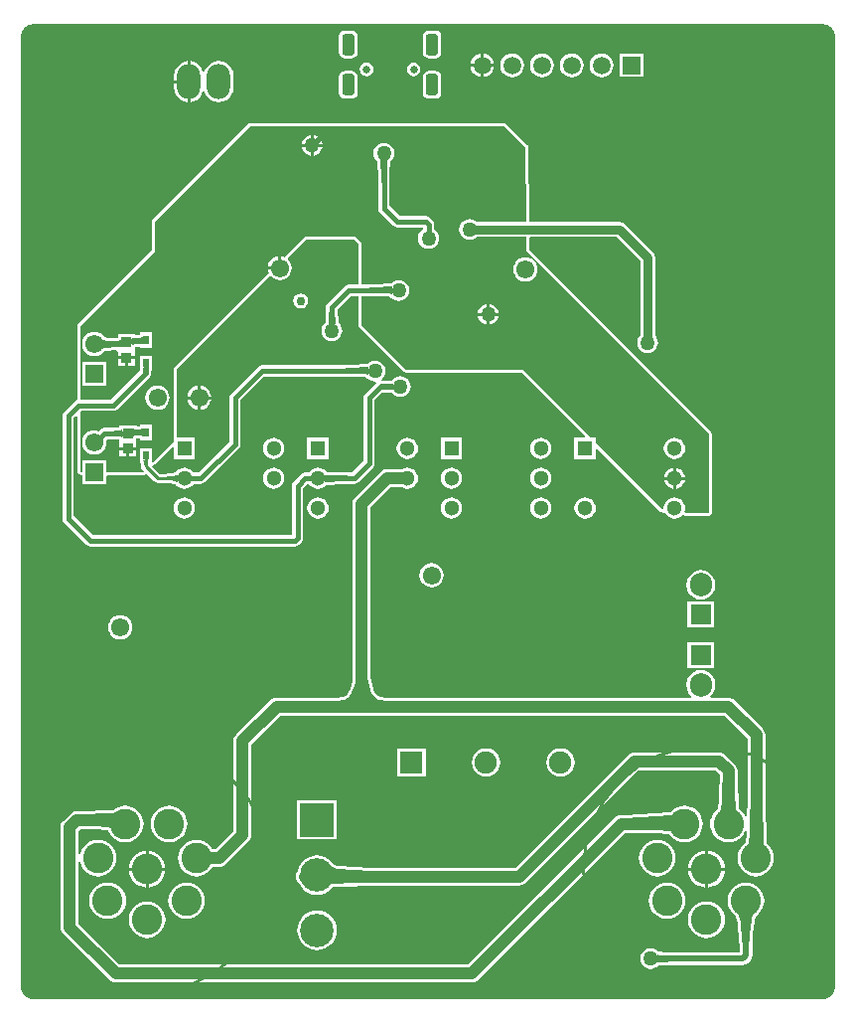
<source format=gbl>
G04*
G04 #@! TF.GenerationSoftware,Altium Limited,Altium Designer,20.0.10 (225)*
G04*
G04 Layer_Physical_Order=2*
G04 Layer_Color=16711680*
%FSLAX44Y44*%
%MOMM*%
G71*
G01*
G75*
%ADD10C,0.2540*%
%ADD11C,0.2000*%
%ADD17C,1.0000*%
%ADD22R,0.9500X0.8500*%
%ADD50C,0.7500*%
%ADD59R,2.8542X2.8542*%
%ADD60C,2.8542*%
%ADD61R,1.3000X1.3000*%
%ADD62C,1.3000*%
%ADD66C,0.4500*%
%ADD68C,0.5500*%
%ADD73C,0.7540*%
%ADD74C,2.6000*%
%ADD75C,1.5500*%
%ADD76R,1.8000X1.7000*%
%ADD77O,1.9000X2.0000*%
%ADD78R,1.5500X1.5500*%
%ADD79C,1.5000*%
%ADD80R,1.5000X1.5000*%
%ADD81O,2.0000X3.0000*%
%ADD82R,1.9000X1.9000*%
%ADD83C,1.9000*%
%ADD84C,0.6500*%
G04:AMPARAMS|DCode=85|XSize=1.05mm|YSize=1.85mm|CornerRadius=0.2625mm|HoleSize=0mm|Usage=FLASHONLY|Rotation=180.000|XOffset=0mm|YOffset=0mm|HoleType=Round|Shape=RoundedRectangle|*
%AMROUNDEDRECTD85*
21,1,1.0500,1.3250,0,0,180.0*
21,1,0.5250,1.8500,0,0,180.0*
1,1,0.5250,-0.2625,0.6625*
1,1,0.5250,0.2625,0.6625*
1,1,0.5250,0.2625,-0.6625*
1,1,0.5250,-0.2625,-0.6625*
%
%ADD85ROUNDEDRECTD85*%
%ADD86C,1.2700*%
%ADD87R,0.5000X0.8000*%
G36*
X1067380Y3970000D02*
X1068622Y3969887D01*
X1069989Y3969616D01*
X1071903Y3968823D01*
X1073626Y3967672D01*
X1075091Y3966206D01*
X1076243Y3964483D01*
X1077036Y3962569D01*
X1077394Y3960768D01*
X1077400Y3959500D01*
X1077400D01*
Y3151011D01*
X1077297Y3149745D01*
X1077036Y3148431D01*
X1076243Y3146517D01*
X1075091Y3144794D01*
X1073626Y3143329D01*
X1071903Y3142177D01*
X1069989Y3141384D01*
X1068609Y3141110D01*
X1067380Y3140990D01*
X1067379Y3140990D01*
X394950Y3140980D01*
X393914D01*
X391881Y3141384D01*
X389967Y3142177D01*
X388244Y3143329D01*
X386779Y3144794D01*
X385627Y3146517D01*
X384834Y3148431D01*
X384430Y3150464D01*
Y3151500D01*
Y3959480D01*
Y3960516D01*
X384834Y3962549D01*
X385627Y3964463D01*
X386779Y3966186D01*
X388244Y3967651D01*
X389967Y3968803D01*
X391881Y3969596D01*
X393914Y3970000D01*
X1067379D01*
X1067380Y3970000D01*
D02*
G37*
%LPC*%
G36*
X737065Y3965391D02*
X731815D01*
X729800Y3964990D01*
X728091Y3963849D01*
X726950Y3962140D01*
X726549Y3960125D01*
Y3946875D01*
X726950Y3944860D01*
X728091Y3943151D01*
X729800Y3942010D01*
X731815Y3941609D01*
X737065D01*
X739080Y3942010D01*
X740789Y3943151D01*
X741930Y3944860D01*
X742331Y3946875D01*
Y3960125D01*
X741930Y3962140D01*
X740789Y3963849D01*
X739080Y3964990D01*
X737065Y3965391D01*
D02*
G37*
G36*
X665565D02*
X660315D01*
X658300Y3964990D01*
X656591Y3963849D01*
X655450Y3962140D01*
X655049Y3960125D01*
Y3946875D01*
X655450Y3944860D01*
X656591Y3943151D01*
X658300Y3942010D01*
X660315Y3941609D01*
X665565D01*
X667580Y3942010D01*
X669289Y3943151D01*
X670430Y3944860D01*
X670831Y3946875D01*
Y3960125D01*
X670430Y3962140D01*
X669289Y3963849D01*
X667580Y3964990D01*
X665565Y3965391D01*
D02*
G37*
G36*
X778510Y3945689D02*
Y3937000D01*
X787199D01*
X787022Y3938351D01*
X786010Y3940793D01*
X784401Y3942891D01*
X782303Y3944500D01*
X779861Y3945511D01*
X778510Y3945689D01*
D02*
G37*
G36*
X775970D02*
X774619Y3945511D01*
X772177Y3944500D01*
X770079Y3942891D01*
X768470Y3940793D01*
X767458Y3938351D01*
X767281Y3937000D01*
X775970D01*
Y3945689D01*
D02*
G37*
G36*
X552450Y3939408D02*
X549176Y3938977D01*
X546126Y3937714D01*
X543506Y3935704D01*
X541496Y3933084D01*
X540437Y3930527D01*
X539063D01*
X538004Y3933084D01*
X535994Y3935704D01*
X533374Y3937714D01*
X530324Y3938977D01*
X528320Y3939241D01*
Y3921760D01*
Y3904279D01*
X530324Y3904543D01*
X533374Y3905806D01*
X535994Y3907816D01*
X538004Y3910436D01*
X539063Y3912993D01*
X540437D01*
X541496Y3910436D01*
X543506Y3907816D01*
X546126Y3905806D01*
X549176Y3904543D01*
X552450Y3904112D01*
X555724Y3904543D01*
X558774Y3905806D01*
X561394Y3907816D01*
X563404Y3910436D01*
X564667Y3913486D01*
X565098Y3916760D01*
Y3926760D01*
X564667Y3930034D01*
X563404Y3933084D01*
X561394Y3935704D01*
X558774Y3937714D01*
X555724Y3938977D01*
X552450Y3939408D01*
D02*
G37*
G36*
X718690Y3938103D02*
X716431Y3937654D01*
X714516Y3936374D01*
X713236Y3934459D01*
X712787Y3932200D01*
X713236Y3929941D01*
X714516Y3928026D01*
X716431Y3926746D01*
X718690Y3926296D01*
X720949Y3926746D01*
X722864Y3928026D01*
X724144Y3929941D01*
X724593Y3932200D01*
X724144Y3934459D01*
X722864Y3936374D01*
X720949Y3937654D01*
X718690Y3938103D01*
D02*
G37*
G36*
X678690D02*
X676431Y3937654D01*
X674516Y3936374D01*
X673236Y3934459D01*
X672787Y3932200D01*
X673236Y3929941D01*
X674516Y3928026D01*
X676431Y3926746D01*
X678690Y3926296D01*
X680949Y3926746D01*
X682864Y3928026D01*
X684144Y3929941D01*
X684593Y3932200D01*
X684144Y3934459D01*
X682864Y3936374D01*
X680949Y3937654D01*
X678690Y3938103D01*
D02*
G37*
G36*
X787199Y3934460D02*
X778510D01*
Y3925771D01*
X779861Y3925948D01*
X782303Y3926960D01*
X784401Y3928569D01*
X786010Y3930667D01*
X787022Y3933109D01*
X787199Y3934460D01*
D02*
G37*
G36*
X775970D02*
X767281D01*
X767458Y3933109D01*
X768470Y3930667D01*
X770079Y3928569D01*
X772177Y3926960D01*
X774619Y3925948D01*
X775970Y3925771D01*
Y3934460D01*
D02*
G37*
G36*
X914280Y3945770D02*
X894200D01*
Y3925690D01*
X914280D01*
Y3945770D01*
D02*
G37*
G36*
X878840Y3945857D02*
X876219Y3945511D01*
X873777Y3944500D01*
X871679Y3942891D01*
X870070Y3940793D01*
X869058Y3938351D01*
X868713Y3935730D01*
X869058Y3933109D01*
X870070Y3930667D01*
X871679Y3928569D01*
X873777Y3926960D01*
X876219Y3925948D01*
X878840Y3925603D01*
X881461Y3925948D01*
X883903Y3926960D01*
X886001Y3928569D01*
X887610Y3930667D01*
X888622Y3933109D01*
X888967Y3935730D01*
X888622Y3938351D01*
X887610Y3940793D01*
X886001Y3942891D01*
X883903Y3944500D01*
X881461Y3945511D01*
X878840Y3945857D01*
D02*
G37*
G36*
X853440D02*
X850819Y3945511D01*
X848377Y3944500D01*
X846279Y3942891D01*
X844670Y3940793D01*
X843658Y3938351D01*
X843313Y3935730D01*
X843658Y3933109D01*
X844670Y3930667D01*
X846279Y3928569D01*
X848377Y3926960D01*
X850819Y3925948D01*
X853440Y3925603D01*
X856061Y3925948D01*
X858503Y3926960D01*
X860601Y3928569D01*
X862210Y3930667D01*
X863222Y3933109D01*
X863567Y3935730D01*
X863222Y3938351D01*
X862210Y3940793D01*
X860601Y3942891D01*
X858503Y3944500D01*
X856061Y3945511D01*
X853440Y3945857D01*
D02*
G37*
G36*
X828040D02*
X825419Y3945511D01*
X822977Y3944500D01*
X820879Y3942891D01*
X819270Y3940793D01*
X818258Y3938351D01*
X817913Y3935730D01*
X818258Y3933109D01*
X819270Y3930667D01*
X820879Y3928569D01*
X822977Y3926960D01*
X825419Y3925948D01*
X828040Y3925603D01*
X830661Y3925948D01*
X833103Y3926960D01*
X835201Y3928569D01*
X836810Y3930667D01*
X837822Y3933109D01*
X838167Y3935730D01*
X837822Y3938351D01*
X836810Y3940793D01*
X835201Y3942891D01*
X833103Y3944500D01*
X830661Y3945511D01*
X828040Y3945857D01*
D02*
G37*
G36*
X802640D02*
X800019Y3945511D01*
X797577Y3944500D01*
X795479Y3942891D01*
X793870Y3940793D01*
X792858Y3938351D01*
X792513Y3935730D01*
X792858Y3933109D01*
X793870Y3930667D01*
X795479Y3928569D01*
X797577Y3926960D01*
X800019Y3925948D01*
X802640Y3925603D01*
X805261Y3925948D01*
X807703Y3926960D01*
X809801Y3928569D01*
X811410Y3930667D01*
X812422Y3933109D01*
X812767Y3935730D01*
X812422Y3938351D01*
X811410Y3940793D01*
X809801Y3942891D01*
X807703Y3944500D01*
X805261Y3945511D01*
X802640Y3945857D01*
D02*
G37*
G36*
X525780Y3939241D02*
X523776Y3938977D01*
X520726Y3937714D01*
X518106Y3935704D01*
X516096Y3933084D01*
X514833Y3930034D01*
X514402Y3926760D01*
Y3923030D01*
X525780D01*
Y3939241D01*
D02*
G37*
G36*
X737065Y3930891D02*
X731815D01*
X729800Y3930490D01*
X728091Y3929349D01*
X726950Y3927640D01*
X726549Y3925625D01*
Y3912375D01*
X726950Y3910360D01*
X728091Y3908651D01*
X729800Y3907510D01*
X731815Y3907109D01*
X737065D01*
X739080Y3907510D01*
X740789Y3908651D01*
X741930Y3910360D01*
X742331Y3912375D01*
Y3925625D01*
X741930Y3927640D01*
X740789Y3929349D01*
X739080Y3930490D01*
X737065Y3930891D01*
D02*
G37*
G36*
X665565D02*
X660315D01*
X658300Y3930490D01*
X656591Y3929349D01*
X655450Y3927640D01*
X655049Y3925625D01*
Y3912375D01*
X655450Y3910360D01*
X656591Y3908651D01*
X658300Y3907510D01*
X660315Y3907109D01*
X665565D01*
X667580Y3907510D01*
X669289Y3908651D01*
X670430Y3910360D01*
X670831Y3912375D01*
Y3925625D01*
X670430Y3927640D01*
X669289Y3929349D01*
X667580Y3930490D01*
X665565Y3930891D01*
D02*
G37*
G36*
X525780Y3920490D02*
X514402D01*
Y3916760D01*
X514833Y3913486D01*
X516096Y3910436D01*
X518106Y3907816D01*
X520726Y3905806D01*
X523776Y3904543D01*
X525780Y3904279D01*
Y3920490D01*
D02*
G37*
G36*
X622300Y3741483D02*
X619846Y3740995D01*
X617765Y3739605D01*
X616375Y3737524D01*
X615887Y3735070D01*
X616375Y3732616D01*
X617765Y3730535D01*
X619846Y3729145D01*
X622300Y3728657D01*
X624754Y3729145D01*
X626835Y3730535D01*
X628225Y3732616D01*
X628713Y3735070D01*
X628225Y3737524D01*
X626835Y3739605D01*
X624754Y3740995D01*
X622300Y3741483D01*
D02*
G37*
G36*
X579120Y3886250D02*
X578129Y3886053D01*
X577289Y3885491D01*
X496009Y3804211D01*
X495447Y3803371D01*
X495250Y3802380D01*
X495250Y3778053D01*
X432509Y3715311D01*
X431947Y3714471D01*
X431750Y3713480D01*
X431750Y3651054D01*
X431800Y3650801D01*
X431201Y3650682D01*
X429617Y3649623D01*
X420727Y3640733D01*
X419668Y3639149D01*
X419296Y3637280D01*
Y3549650D01*
X419668Y3547781D01*
X420727Y3546197D01*
X439777Y3527147D01*
X441361Y3526088D01*
X443230Y3525716D01*
X617124D01*
X618993Y3526088D01*
X620577Y3527147D01*
X623213Y3529783D01*
X624272Y3531367D01*
X624644Y3533236D01*
Y3575567D01*
X628133Y3579056D01*
X629469D01*
X630669Y3577493D01*
X632558Y3576044D01*
X634757Y3575133D01*
X637117Y3574822D01*
X639477Y3575133D01*
X641676Y3576044D01*
X643564Y3577493D01*
X644085Y3578172D01*
X658591Y3579056D01*
X668020D01*
X669889Y3579428D01*
X671473Y3580486D01*
X684173Y3593187D01*
X685232Y3594771D01*
X685604Y3596640D01*
Y3650497D01*
X692226Y3657119D01*
X693823D01*
X699873Y3657046D01*
X700935Y3655663D01*
X702792Y3654237D01*
X704954Y3653342D01*
X707275Y3653036D01*
X709596Y3653342D01*
X711758Y3654237D01*
X713616Y3655663D01*
X715041Y3657520D01*
X715936Y3659682D01*
X716242Y3662003D01*
X715936Y3664324D01*
X715041Y3666486D01*
X713616Y3668344D01*
X711758Y3669768D01*
X709596Y3670664D01*
X707275Y3670970D01*
X704954Y3670664D01*
X702792Y3669768D01*
X700935Y3668344D01*
X699951Y3667062D01*
X692141Y3666887D01*
X691421D01*
X690990Y3668157D01*
X692140Y3669040D01*
X693565Y3670897D01*
X694461Y3673059D01*
X694767Y3675380D01*
X694461Y3677701D01*
X693565Y3679863D01*
X692140Y3681720D01*
X690283Y3683145D01*
X688121Y3684041D01*
X685800Y3684347D01*
X683479Y3684041D01*
X681317Y3683145D01*
X679460Y3681720D01*
X678973Y3681086D01*
X664893Y3680264D01*
X589280D01*
X587411Y3679892D01*
X585827Y3678833D01*
X562967Y3655974D01*
X561908Y3654389D01*
X561536Y3652520D01*
Y3615173D01*
X535187Y3588824D01*
X530887D01*
X529687Y3590387D01*
X527799Y3591837D01*
X525600Y3592747D01*
X523240Y3593058D01*
X520880Y3592747D01*
X518681Y3591837D01*
X516793Y3590387D01*
X516233Y3589659D01*
X516194Y3589633D01*
X515928Y3589380D01*
X515615Y3589208D01*
X514869Y3588941D01*
X513745Y3588663D01*
X512349Y3588422D01*
X503297Y3587825D01*
X501989D01*
X495654Y3594160D01*
X496280Y3595330D01*
X496530Y3595280D01*
X497521Y3595477D01*
X498361Y3596039D01*
X513027Y3610704D01*
X514200Y3610218D01*
Y3600300D01*
X532280D01*
Y3618380D01*
X516790D01*
Y3676697D01*
X595885Y3755792D01*
X597152Y3755709D01*
X597181Y3755671D01*
X599331Y3754022D01*
X601834Y3752985D01*
X604520Y3752631D01*
X607206Y3752985D01*
X609709Y3754022D01*
X611859Y3755671D01*
X613508Y3757821D01*
X614545Y3760324D01*
X614899Y3763010D01*
X614545Y3765696D01*
X613508Y3768199D01*
X611859Y3770349D01*
X611821Y3770378D01*
X611738Y3771646D01*
X627183Y3787090D01*
X668186D01*
X671780Y3783347D01*
Y3748844D01*
X662940D01*
X661071Y3748472D01*
X659487Y3747413D01*
X645517Y3733443D01*
X644458Y3731859D01*
X644086Y3729990D01*
Y3727494D01*
X643970Y3720873D01*
X643777Y3718033D01*
X643665Y3717108D01*
X643598Y3716754D01*
X642630Y3716010D01*
X641205Y3714153D01*
X640309Y3711991D01*
X640003Y3709670D01*
X640309Y3707349D01*
X641205Y3705186D01*
X642630Y3703329D01*
X644487Y3701905D01*
X646649Y3701009D01*
X648970Y3700703D01*
X651291Y3701009D01*
X653453Y3701905D01*
X655310Y3703329D01*
X656735Y3705186D01*
X657631Y3707349D01*
X657937Y3709670D01*
X657631Y3711991D01*
X656735Y3714153D01*
X655310Y3716010D01*
X654551Y3716593D01*
X653854Y3726861D01*
Y3727967D01*
X664963Y3739076D01*
X671780D01*
Y3714750D01*
X671977Y3713759D01*
X672539Y3712919D01*
X710639Y3674819D01*
X710984Y3674588D01*
X711312Y3674334D01*
X712582Y3673699D01*
X712672Y3673674D01*
X712749Y3673622D01*
X713156Y3673541D01*
X713556Y3673432D01*
X713649Y3673443D01*
X713740Y3673425D01*
X811092D01*
X864964Y3619553D01*
X864478Y3618380D01*
X855830D01*
Y3600300D01*
X873910D01*
Y3608948D01*
X875083Y3609434D01*
X928996Y3555521D01*
X929068Y3555473D01*
X929120Y3555405D01*
X929485Y3555194D01*
X929836Y3554960D01*
X929921Y3554943D01*
X929995Y3554900D01*
X930413Y3554845D01*
X930827Y3554763D01*
X930912Y3554779D01*
X930997Y3554768D01*
X931404Y3554877D01*
X931818Y3554960D01*
X932960Y3554497D01*
X933174Y3553981D01*
X934623Y3552093D01*
X936511Y3550644D01*
X938710Y3549733D01*
X941070Y3549422D01*
X943430Y3549733D01*
X945629Y3550644D01*
X947517Y3552093D01*
X947573Y3552166D01*
X947847Y3552363D01*
X948981Y3552577D01*
X949217Y3552479D01*
X949428Y3552337D01*
X949679Y3552288D01*
X949914Y3552190D01*
X950169D01*
X950420Y3552140D01*
X970280Y3552140D01*
X971271Y3552337D01*
X972111Y3552899D01*
X972673Y3553739D01*
X972870Y3554730D01*
X972870Y3622040D01*
X972673Y3623031D01*
X972111Y3623871D01*
X817287Y3778695D01*
X817216Y3788550D01*
X818111Y3789451D01*
X891561D01*
X911776Y3769235D01*
Y3705729D01*
X910445Y3703994D01*
X909549Y3701831D01*
X909243Y3699510D01*
X909549Y3697189D01*
X910445Y3695027D01*
X911870Y3693170D01*
X913727Y3691745D01*
X915889Y3690849D01*
X918210Y3690543D01*
X920531Y3690849D01*
X922693Y3691745D01*
X924550Y3693170D01*
X925975Y3695027D01*
X926871Y3697189D01*
X927177Y3699510D01*
X926871Y3701831D01*
X925975Y3703994D01*
X924644Y3705729D01*
Y3771900D01*
X924154Y3774362D01*
X922759Y3776449D01*
X898775Y3800434D01*
X896687Y3801829D01*
X894225Y3802318D01*
X818144D01*
X817145Y3803199D01*
X817110Y3803238D01*
X816660Y3865899D01*
X816560Y3866384D01*
X816463Y3866871D01*
X816457Y3866879D01*
X816455Y3866888D01*
X816177Y3867299D01*
X815901Y3867711D01*
X798121Y3885491D01*
X797281Y3886053D01*
X796290Y3886250D01*
X708660Y3886250D01*
X579120Y3886250D01*
D02*
G37*
G36*
X537210Y3662732D02*
Y3653790D01*
X546152D01*
X545965Y3655206D01*
X544928Y3657709D01*
X543279Y3659859D01*
X541129Y3661508D01*
X538626Y3662545D01*
X537210Y3662732D01*
D02*
G37*
G36*
X534670D02*
X533254Y3662545D01*
X530751Y3661508D01*
X528601Y3659859D01*
X526952Y3657709D01*
X525915Y3655206D01*
X525728Y3653790D01*
X534670D01*
Y3662732D01*
D02*
G37*
G36*
X546152Y3651250D02*
X537210D01*
Y3642308D01*
X538626Y3642495D01*
X541129Y3643532D01*
X543279Y3645181D01*
X544928Y3647331D01*
X545965Y3649834D01*
X546152Y3651250D01*
D02*
G37*
G36*
X534670D02*
X525728D01*
X525915Y3649834D01*
X526952Y3647331D01*
X528601Y3645181D01*
X530751Y3643532D01*
X533254Y3642495D01*
X534670Y3642308D01*
Y3651250D01*
D02*
G37*
G36*
X760033Y3618380D02*
X741953D01*
Y3600300D01*
X760033D01*
Y3618380D01*
D02*
G37*
G36*
X827193Y3618458D02*
X824833Y3618147D01*
X822634Y3617236D01*
X820746Y3615787D01*
X819297Y3613899D01*
X818386Y3611700D01*
X818075Y3609340D01*
X818386Y3606980D01*
X819297Y3604781D01*
X820746Y3602892D01*
X822634Y3601443D01*
X824833Y3600533D01*
X827193Y3600222D01*
X829553Y3600533D01*
X831752Y3601443D01*
X833641Y3602892D01*
X835090Y3604781D01*
X836001Y3606980D01*
X836311Y3609340D01*
X836001Y3611700D01*
X835090Y3613899D01*
X833641Y3615787D01*
X831752Y3617236D01*
X829553Y3618147D01*
X827193Y3618458D01*
D02*
G37*
G36*
X713317D02*
X710957Y3618147D01*
X708758Y3617236D01*
X706869Y3615787D01*
X705420Y3613899D01*
X704509Y3611700D01*
X704199Y3609340D01*
X704509Y3606980D01*
X705420Y3604781D01*
X706869Y3602892D01*
X708758Y3601443D01*
X710957Y3600533D01*
X713317Y3600222D01*
X715677Y3600533D01*
X717876Y3601443D01*
X719764Y3602892D01*
X721213Y3604781D01*
X722124Y3606980D01*
X722435Y3609340D01*
X722124Y3611700D01*
X721213Y3613899D01*
X719764Y3615787D01*
X717876Y3617236D01*
X715677Y3618147D01*
X713317Y3618458D01*
D02*
G37*
G36*
X827193Y3593058D02*
X824833Y3592747D01*
X822634Y3591837D01*
X820746Y3590387D01*
X819297Y3588499D01*
X818386Y3586300D01*
X818075Y3583940D01*
X818386Y3581580D01*
X819297Y3579381D01*
X820746Y3577493D01*
X822634Y3576044D01*
X824833Y3575133D01*
X827193Y3574822D01*
X829553Y3575133D01*
X831752Y3576044D01*
X833641Y3577493D01*
X835090Y3579381D01*
X836001Y3581580D01*
X836311Y3583940D01*
X836001Y3586300D01*
X835090Y3588499D01*
X833641Y3590387D01*
X831752Y3591837D01*
X829553Y3592747D01*
X827193Y3593058D01*
D02*
G37*
G36*
X750993D02*
X748633Y3592747D01*
X746434Y3591837D01*
X744546Y3590387D01*
X743097Y3588499D01*
X742186Y3586300D01*
X741875Y3583940D01*
X742186Y3581580D01*
X743097Y3579381D01*
X744546Y3577493D01*
X746434Y3576044D01*
X748633Y3575133D01*
X750993Y3574822D01*
X753353Y3575133D01*
X755552Y3576044D01*
X757441Y3577493D01*
X758890Y3579381D01*
X759801Y3581580D01*
X760111Y3583940D01*
X759801Y3586300D01*
X758890Y3588499D01*
X757441Y3590387D01*
X755552Y3591837D01*
X753353Y3592747D01*
X750993Y3593058D01*
D02*
G37*
G36*
X713317D02*
X710957Y3592747D01*
X708758Y3591837D01*
X708378Y3591545D01*
X695960D01*
X693992Y3591286D01*
X692158Y3590526D01*
X690582Y3589318D01*
X668992Y3567728D01*
X667784Y3566153D01*
X667024Y3564318D01*
X666765Y3562350D01*
Y3419186D01*
X666635Y3415057D01*
X666207Y3411021D01*
X665510Y3407534D01*
X664563Y3404604D01*
X663396Y3402227D01*
X662040Y3400378D01*
X660507Y3399002D01*
X658764Y3398033D01*
X656737Y3397437D01*
X654431Y3397235D01*
X601980D01*
X600012Y3396976D01*
X598177Y3396216D01*
X596602Y3395008D01*
X567392Y3365798D01*
X566184Y3364222D01*
X565424Y3362388D01*
X565165Y3360420D01*
Y3283560D01*
X549784Y3268179D01*
X546917D01*
X546373Y3269195D01*
X544432Y3271562D01*
X542065Y3273503D01*
X539366Y3274947D01*
X536436Y3275835D01*
X533390Y3276135D01*
X530344Y3275835D01*
X527414Y3274947D01*
X524715Y3273503D01*
X522348Y3271562D01*
X520406Y3269195D01*
X518964Y3266496D01*
X518075Y3263566D01*
X517775Y3260520D01*
X518075Y3257473D01*
X518964Y3254544D01*
X520406Y3251845D01*
X522348Y3249478D01*
X524715Y3247537D01*
X527414Y3246093D01*
X530344Y3245205D01*
X533390Y3244905D01*
X536436Y3245205D01*
X539366Y3246093D01*
X542065Y3247537D01*
X544432Y3249478D01*
X546373Y3251845D01*
X546974Y3252969D01*
X552934D01*
X554902Y3253228D01*
X556736Y3253988D01*
X558312Y3255197D01*
X578148Y3275032D01*
X579356Y3276607D01*
X580116Y3278442D01*
X580375Y3280410D01*
Y3357270D01*
X605130Y3382025D01*
X983640D01*
X1003315Y3362350D01*
Y3310367D01*
X1003145Y3294836D01*
X1001872Y3294654D01*
X1001556Y3295696D01*
X1000114Y3298395D01*
X998172Y3300762D01*
X996522Y3302116D01*
X996457Y3302206D01*
X996268Y3302780D01*
X994744Y3328552D01*
X994735Y3330816D01*
Y3334680D01*
X994476Y3336648D01*
X994031Y3337723D01*
X993716Y3338483D01*
X992508Y3340058D01*
X984548Y3348018D01*
X982973Y3349226D01*
X981138Y3349986D01*
X979170Y3350245D01*
X906780D01*
X904812Y3349986D01*
X903737Y3349541D01*
X902978Y3349226D01*
X901402Y3348018D01*
X805840Y3252455D01*
X689485D01*
X684866Y3252476D01*
X665659Y3253019D01*
X656937Y3253735D01*
X653877Y3254183D01*
X651712Y3254668D01*
X650646Y3255070D01*
X650471Y3255215D01*
X650315Y3255505D01*
X648215Y3258065D01*
X645655Y3260165D01*
X642734Y3261726D01*
X639566Y3262688D01*
X636270Y3263012D01*
X632975Y3262688D01*
X629806Y3261726D01*
X626885Y3260165D01*
X624325Y3258065D01*
X622225Y3255505D01*
X620663Y3252585D01*
X619702Y3249416D01*
X619642Y3248807D01*
X619524Y3248653D01*
X618764Y3246818D01*
X618505Y3244850D01*
X618764Y3242882D01*
X619524Y3241047D01*
X620732Y3239472D01*
X620782Y3239435D01*
X622225Y3236735D01*
X624325Y3234175D01*
X626885Y3232075D01*
X629806Y3230514D01*
X632975Y3229552D01*
X636270Y3229228D01*
X639566Y3229552D01*
X642734Y3230514D01*
X645655Y3232075D01*
X648215Y3234175D01*
X649440Y3235669D01*
X691543Y3237245D01*
X808990D01*
X810958Y3237504D01*
X812793Y3238264D01*
X814368Y3239472D01*
X909930Y3335035D01*
X976020D01*
X979482Y3331573D01*
X979149Y3313664D01*
X978667Y3306941D01*
X978368Y3304592D01*
X978047Y3302947D01*
X977803Y3302206D01*
X977738Y3302116D01*
X976088Y3300762D01*
X974146Y3298395D01*
X972703Y3295696D01*
X971815Y3292766D01*
X971515Y3289720D01*
X971815Y3286674D01*
X972703Y3283744D01*
X974146Y3281045D01*
X976088Y3278678D01*
X978455Y3276736D01*
X981154Y3275293D01*
X984084Y3274405D01*
X987130Y3274105D01*
X990176Y3274405D01*
X993106Y3275293D01*
X995805Y3276736D01*
X998172Y3278678D01*
X1000114Y3281045D01*
X1001421Y3283491D01*
X1002675Y3283143D01*
X1002466Y3278929D01*
X1002168Y3276179D01*
X1001843Y3274245D01*
X1001619Y3273474D01*
X999288Y3271562D01*
X997346Y3269195D01*
X997283Y3269077D01*
D01*
X995903Y3266496D01*
X995015Y3263566D01*
X994715Y3260520D01*
X995015Y3257473D01*
X995903Y3254544D01*
X997346Y3251845D01*
X999288Y3249478D01*
X1001655Y3247537D01*
X1004354Y3246093D01*
X1007284Y3245205D01*
X1010330Y3244905D01*
X1013376Y3245205D01*
X1016306Y3246093D01*
X1019005Y3247537D01*
X1021372Y3249478D01*
X1023314Y3251845D01*
X1024756Y3254544D01*
X1025645Y3257473D01*
X1025945Y3260520D01*
X1025645Y3263566D01*
X1024756Y3266496D01*
X1023314Y3269195D01*
X1021372Y3271562D01*
X1019951Y3272727D01*
X1018525Y3310895D01*
Y3365500D01*
X1018266Y3367468D01*
X1017506Y3369303D01*
X1016298Y3370878D01*
X992168Y3395008D01*
X990593Y3396216D01*
X988758Y3396976D01*
X986790Y3397235D01*
X971859D01*
X971450Y3398438D01*
X972187Y3399003D01*
X974117Y3401518D01*
X975330Y3404447D01*
X975744Y3407590D01*
Y3408590D01*
X975330Y3411733D01*
X974117Y3414662D01*
X972187Y3417177D01*
X969672Y3419107D01*
X966743Y3420320D01*
X963600Y3420734D01*
X960457Y3420320D01*
X957528Y3419107D01*
X955013Y3417177D01*
X953083Y3414662D01*
X951870Y3411733D01*
X951456Y3408590D01*
Y3407590D01*
X951870Y3404447D01*
X953083Y3401518D01*
X955013Y3399003D01*
X955750Y3398438D01*
X955341Y3397235D01*
X694309D01*
X692003Y3397437D01*
X689976Y3398033D01*
X688233Y3399002D01*
X686700Y3400378D01*
X685344Y3402227D01*
X684177Y3404604D01*
X683230Y3407534D01*
X682533Y3411021D01*
X682105Y3415057D01*
X681975Y3419186D01*
Y3559200D01*
X699110Y3576335D01*
X708378D01*
X708758Y3576044D01*
X710957Y3575133D01*
X713317Y3574822D01*
X715677Y3575133D01*
X717876Y3576044D01*
X719764Y3577493D01*
X721213Y3579381D01*
X722124Y3581580D01*
X722435Y3583940D01*
X722124Y3586300D01*
X721213Y3588499D01*
X719764Y3590387D01*
X717876Y3591837D01*
X715677Y3592747D01*
X713317Y3593058D01*
D02*
G37*
G36*
X864870Y3567658D02*
X862510Y3567347D01*
X860311Y3566436D01*
X858423Y3564987D01*
X856974Y3563099D01*
X856063Y3560900D01*
X855752Y3558540D01*
X856063Y3556180D01*
X856974Y3553981D01*
X858423Y3552093D01*
X860311Y3550644D01*
X862510Y3549733D01*
X864870Y3549422D01*
X867230Y3549733D01*
X869429Y3550644D01*
X871317Y3552093D01*
X872766Y3553981D01*
X873677Y3556180D01*
X873988Y3558540D01*
X873677Y3560900D01*
X872766Y3563099D01*
X871317Y3564987D01*
X869429Y3566436D01*
X867230Y3567347D01*
X864870Y3567658D01*
D02*
G37*
G36*
X827193D02*
X824833Y3567347D01*
X822634Y3566436D01*
X820746Y3564987D01*
X819297Y3563099D01*
X818386Y3560900D01*
X818075Y3558540D01*
X818386Y3556180D01*
X819297Y3553981D01*
X820746Y3552093D01*
X822634Y3550644D01*
X824833Y3549733D01*
X827193Y3549422D01*
X829553Y3549733D01*
X831752Y3550644D01*
X833641Y3552093D01*
X835090Y3553981D01*
X836001Y3556180D01*
X836311Y3558540D01*
X836001Y3560900D01*
X835090Y3563099D01*
X833641Y3564987D01*
X831752Y3566436D01*
X829553Y3567347D01*
X827193Y3567658D01*
D02*
G37*
G36*
X750993D02*
X748633Y3567347D01*
X746434Y3566436D01*
X744546Y3564987D01*
X743097Y3563099D01*
X742186Y3560900D01*
X741875Y3558540D01*
X742186Y3556180D01*
X743097Y3553981D01*
X744546Y3552093D01*
X746434Y3550644D01*
X748633Y3549733D01*
X750993Y3549422D01*
X753353Y3549733D01*
X755552Y3550644D01*
X757441Y3552093D01*
X758890Y3553981D01*
X759801Y3556180D01*
X760111Y3558540D01*
X759801Y3560900D01*
X758890Y3563099D01*
X757441Y3564987D01*
X755552Y3566436D01*
X753353Y3567347D01*
X750993Y3567658D01*
D02*
G37*
G36*
X637117D02*
X634757Y3567347D01*
X632558Y3566436D01*
X630669Y3564987D01*
X629220Y3563099D01*
X628309Y3560900D01*
X627999Y3558540D01*
X628309Y3556180D01*
X629220Y3553981D01*
X630669Y3552093D01*
X632558Y3550644D01*
X634757Y3549733D01*
X637117Y3549422D01*
X639477Y3549733D01*
X641676Y3550644D01*
X643564Y3552093D01*
X645013Y3553981D01*
X645924Y3556180D01*
X646235Y3558540D01*
X645924Y3560900D01*
X645013Y3563099D01*
X643564Y3564987D01*
X641676Y3566436D01*
X639477Y3567347D01*
X637117Y3567658D01*
D02*
G37*
G36*
X734060Y3511769D02*
X731374Y3511415D01*
X728871Y3510378D01*
X726721Y3508729D01*
X725072Y3506579D01*
X724035Y3504076D01*
X723681Y3501390D01*
X724035Y3498704D01*
X725072Y3496201D01*
X726721Y3494051D01*
X728871Y3492402D01*
X731374Y3491365D01*
X734060Y3491011D01*
X736746Y3491365D01*
X739249Y3492402D01*
X741399Y3494051D01*
X743048Y3496201D01*
X744085Y3498704D01*
X744439Y3501390D01*
X744085Y3504076D01*
X743048Y3506579D01*
X741399Y3508729D01*
X739249Y3510378D01*
X736746Y3511415D01*
X734060Y3511769D01*
D02*
G37*
G36*
X963600Y3505824D02*
X960457Y3505410D01*
X957528Y3504197D01*
X955013Y3502267D01*
X953083Y3499752D01*
X951870Y3496823D01*
X951456Y3493680D01*
Y3492680D01*
X951870Y3489537D01*
X953083Y3486608D01*
X955013Y3484093D01*
X957528Y3482163D01*
X960457Y3480950D01*
X963600Y3480536D01*
X966743Y3480950D01*
X969672Y3482163D01*
X972187Y3484093D01*
X974117Y3486608D01*
X975330Y3489537D01*
X975744Y3492680D01*
Y3493680D01*
X975330Y3496823D01*
X974117Y3499752D01*
X972187Y3502267D01*
X969672Y3504197D01*
X966743Y3505410D01*
X963600Y3505824D01*
D02*
G37*
G36*
X975140Y3478820D02*
X952060D01*
Y3456740D01*
X975140D01*
Y3478820D01*
D02*
G37*
G36*
X468630Y3467319D02*
X465944Y3466965D01*
X463441Y3465928D01*
X461291Y3464279D01*
X459642Y3462130D01*
X458605Y3459626D01*
X458251Y3456940D01*
X458605Y3454254D01*
X459642Y3451750D01*
X461291Y3449601D01*
X463441Y3447952D01*
X465944Y3446915D01*
X468630Y3446561D01*
X471316Y3446915D01*
X473819Y3447952D01*
X475969Y3449601D01*
X477618Y3451750D01*
X478655Y3454254D01*
X479009Y3456940D01*
X478655Y3459626D01*
X477618Y3462130D01*
X475969Y3464279D01*
X473819Y3465928D01*
X471316Y3466965D01*
X468630Y3467319D01*
D02*
G37*
G36*
X975140Y3444530D02*
X952060D01*
Y3422450D01*
X975140D01*
Y3444530D01*
D02*
G37*
G36*
X728951Y3354037D02*
X704871D01*
Y3329957D01*
X728951D01*
Y3354037D01*
D02*
G37*
G36*
X843911Y3354141D02*
X840768Y3353727D01*
X837839Y3352514D01*
X835324Y3350584D01*
X833394Y3348069D01*
X832181Y3345140D01*
X831767Y3341997D01*
X832181Y3338854D01*
X833394Y3335925D01*
X835324Y3333410D01*
X837839Y3331480D01*
X840768Y3330267D01*
X843911Y3329854D01*
X847054Y3330267D01*
X849983Y3331480D01*
X852498Y3333410D01*
X854428Y3335925D01*
X855641Y3338854D01*
X856055Y3341997D01*
X855641Y3345140D01*
X854428Y3348069D01*
X852498Y3350584D01*
X849983Y3352514D01*
X847054Y3353727D01*
X843911Y3354141D01*
D02*
G37*
G36*
X780411D02*
X777268Y3353727D01*
X774339Y3352514D01*
X771824Y3350584D01*
X769894Y3348069D01*
X768681Y3345140D01*
X768267Y3341997D01*
X768681Y3338854D01*
X769894Y3335925D01*
X771824Y3333410D01*
X774339Y3331480D01*
X777268Y3330267D01*
X780411Y3329854D01*
X783554Y3330267D01*
X786483Y3331480D01*
X788998Y3333410D01*
X790928Y3335925D01*
X792141Y3338854D01*
X792554Y3341997D01*
X792141Y3345140D01*
X790928Y3348069D01*
X788998Y3350584D01*
X786483Y3352514D01*
X783554Y3353727D01*
X780411Y3354141D01*
D02*
G37*
G36*
X653081Y3309921D02*
X619459D01*
Y3276299D01*
X653081D01*
Y3309921D01*
D02*
G37*
G36*
X510190Y3305335D02*
X507144Y3305035D01*
X504214Y3304146D01*
X501515Y3302704D01*
X499148Y3300762D01*
X497206Y3298395D01*
X495763Y3295696D01*
X494875Y3292766D01*
X494575Y3289720D01*
X494875Y3286674D01*
X495763Y3283744D01*
X497206Y3281045D01*
X499148Y3278678D01*
X501515Y3276736D01*
X504214Y3275293D01*
X507144Y3274405D01*
X510190Y3274105D01*
X513236Y3274405D01*
X516166Y3275293D01*
X518865Y3276736D01*
X521232Y3278678D01*
X523173Y3281045D01*
X524617Y3283744D01*
X525505Y3286674D01*
X525805Y3289720D01*
X525505Y3292766D01*
X524617Y3295696D01*
X523173Y3298395D01*
X521232Y3300762D01*
X518865Y3302704D01*
X516166Y3304146D01*
X513236Y3305035D01*
X510190Y3305335D01*
D02*
G37*
G36*
X949730D02*
X946684Y3305035D01*
X943754Y3304146D01*
X941055Y3302704D01*
X938688Y3300762D01*
X937406Y3299200D01*
X898980Y3297325D01*
X895770D01*
X893802Y3297066D01*
X891967Y3296306D01*
X890392Y3295098D01*
X765200Y3169905D01*
X467970D01*
X433055Y3204820D01*
Y3256790D01*
X434325Y3256978D01*
X435063Y3254544D01*
X436506Y3251845D01*
X438448Y3249478D01*
X440815Y3247537D01*
X443514Y3246093D01*
X446444Y3245205D01*
X449490Y3244905D01*
X452536Y3245205D01*
X455466Y3246093D01*
X458165Y3247537D01*
X460532Y3249478D01*
X462473Y3251845D01*
X463917Y3254544D01*
X464805Y3257473D01*
X465105Y3260520D01*
X464805Y3263566D01*
X463917Y3266496D01*
X462473Y3269195D01*
X460532Y3271562D01*
X458165Y3273503D01*
X455466Y3274947D01*
X452536Y3275835D01*
X449490Y3276135D01*
X446444Y3275835D01*
X443514Y3274947D01*
X440815Y3273503D01*
X438448Y3271562D01*
X436506Y3269195D01*
X435063Y3266496D01*
X434325Y3264062D01*
X433055Y3264250D01*
Y3283773D01*
X434419Y3285137D01*
X449512Y3284876D01*
X455193Y3284488D01*
X457105Y3284250D01*
X458280Y3284020D01*
X458363Y3283744D01*
X459806Y3281045D01*
X461748Y3278678D01*
X464115Y3276736D01*
X466814Y3275293D01*
X469744Y3274405D01*
X472790Y3274105D01*
X475836Y3274405D01*
X478766Y3275293D01*
X481465Y3276736D01*
X483832Y3278678D01*
X485774Y3281045D01*
X487216Y3283744D01*
X488105Y3286674D01*
X488405Y3289720D01*
X488105Y3292766D01*
X487216Y3295696D01*
X485774Y3298395D01*
X483832Y3300762D01*
X481465Y3302704D01*
X478766Y3304146D01*
X475836Y3305035D01*
X472790Y3305335D01*
X469744Y3305035D01*
X466814Y3304146D01*
X464115Y3302704D01*
X462573Y3301438D01*
X431713Y3300386D01*
X431308D01*
X429339Y3300127D01*
X428265Y3299682D01*
X427505Y3299368D01*
X425930Y3298159D01*
X420072Y3292301D01*
X418864Y3290726D01*
X418104Y3288892D01*
X417845Y3286924D01*
Y3201670D01*
X418104Y3199702D01*
X418864Y3197867D01*
X420072Y3196292D01*
X459442Y3156922D01*
X461017Y3155714D01*
X461777Y3155399D01*
X462852Y3154954D01*
X464820Y3154695D01*
X768350D01*
X770318Y3154954D01*
X772152Y3155714D01*
X773728Y3156922D01*
X898920Y3282115D01*
X899630D01*
X928009Y3281644D01*
X934354Y3281187D01*
X936267Y3280923D01*
X936990Y3280748D01*
X938688Y3278678D01*
X941055Y3276736D01*
X943754Y3275293D01*
X946684Y3274405D01*
X949730Y3274105D01*
X952776Y3274405D01*
X955706Y3275293D01*
X958405Y3276736D01*
X960772Y3278678D01*
X962713Y3281045D01*
X964156Y3283744D01*
X965045Y3286674D01*
X965345Y3289720D01*
X965045Y3292766D01*
X964156Y3295696D01*
X962713Y3298395D01*
X960772Y3300762D01*
X958405Y3302704D01*
X955706Y3304146D01*
X952776Y3305035D01*
X949730Y3305335D01*
D02*
G37*
G36*
X969700Y3266510D02*
Y3252290D01*
X983920D01*
X983745Y3254066D01*
X982857Y3256996D01*
X981414Y3259695D01*
X979472Y3262061D01*
X977105Y3264004D01*
X974406Y3265446D01*
X971476Y3266335D01*
X969700Y3266510D01*
D02*
G37*
G36*
X967160D02*
X965384Y3266335D01*
X962454Y3265446D01*
X959755Y3264004D01*
X957388Y3262061D01*
X955446Y3259695D01*
X954004Y3256996D01*
X953115Y3254066D01*
X952940Y3252290D01*
X967160D01*
Y3266510D01*
D02*
G37*
G36*
X492760D02*
Y3252290D01*
X506980D01*
X506805Y3254066D01*
X505916Y3256996D01*
X504473Y3259695D01*
X502532Y3262061D01*
X500165Y3264004D01*
X497466Y3265446D01*
X494536Y3266335D01*
X492760Y3266510D01*
D02*
G37*
G36*
X490220D02*
X488444Y3266335D01*
X485514Y3265446D01*
X482815Y3264004D01*
X480448Y3262061D01*
X478507Y3259695D01*
X477063Y3256996D01*
X476175Y3254066D01*
X476000Y3252290D01*
X490220D01*
Y3266510D01*
D02*
G37*
G36*
X926430Y3276135D02*
X923384Y3275835D01*
X920454Y3274947D01*
X917755Y3273503D01*
X915388Y3271562D01*
X913447Y3269195D01*
X912003Y3266496D01*
X911115Y3263566D01*
X910815Y3260520D01*
X911115Y3257473D01*
X912003Y3254544D01*
X913447Y3251845D01*
X915388Y3249478D01*
X917755Y3247537D01*
X920454Y3246093D01*
X923384Y3245205D01*
X926430Y3244905D01*
X929476Y3245205D01*
X932406Y3246093D01*
X935105Y3247537D01*
X937472Y3249478D01*
X939414Y3251845D01*
X940856Y3254544D01*
X941745Y3257473D01*
X942045Y3260520D01*
X941745Y3263566D01*
X940856Y3266496D01*
X939414Y3269195D01*
X937472Y3271562D01*
X935105Y3273503D01*
X932406Y3274947D01*
X929476Y3275835D01*
X926430Y3276135D01*
D02*
G37*
G36*
X983920Y3249750D02*
X969700D01*
Y3235530D01*
X971476Y3235705D01*
X974406Y3236594D01*
X977105Y3238036D01*
X979472Y3239978D01*
X981414Y3242345D01*
X982857Y3245044D01*
X983745Y3247974D01*
X983920Y3249750D01*
D02*
G37*
G36*
X967160D02*
X952940D01*
X953115Y3247974D01*
X954004Y3245044D01*
X955446Y3242345D01*
X957388Y3239978D01*
X959755Y3238036D01*
X962454Y3236594D01*
X965384Y3235705D01*
X967160Y3235530D01*
Y3249750D01*
D02*
G37*
G36*
X506980D02*
X492760D01*
Y3235530D01*
X494536Y3235705D01*
X497466Y3236594D01*
X500165Y3238036D01*
X502532Y3239978D01*
X504473Y3242345D01*
X505916Y3245044D01*
X506805Y3247974D01*
X506980Y3249750D01*
D02*
G37*
G36*
X490220D02*
X476000D01*
X476175Y3247974D01*
X477063Y3245044D01*
X478507Y3242345D01*
X480448Y3239978D01*
X482815Y3238036D01*
X485514Y3236594D01*
X488444Y3235705D01*
X490220Y3235530D01*
Y3249750D01*
D02*
G37*
G36*
X934830Y3239835D02*
X931784Y3239535D01*
X928854Y3238647D01*
X926155Y3237203D01*
X923788Y3235262D01*
X921846Y3232895D01*
X920404Y3230196D01*
X919515Y3227267D01*
X919215Y3224220D01*
X919515Y3221174D01*
X920404Y3218244D01*
X921846Y3215545D01*
X923788Y3213178D01*
X926155Y3211237D01*
X928854Y3209793D01*
X931784Y3208905D01*
X934830Y3208605D01*
X937876Y3208905D01*
X940806Y3209793D01*
X943505Y3211237D01*
X945872Y3213178D01*
X947813Y3215545D01*
X949257Y3218244D01*
X950145Y3221174D01*
X950445Y3224220D01*
X950145Y3227267D01*
X949257Y3230196D01*
X947813Y3232895D01*
X945872Y3235262D01*
X943505Y3237203D01*
X940806Y3238647D01*
X937876Y3239535D01*
X934830Y3239835D01*
D02*
G37*
G36*
X525090D02*
X522044Y3239535D01*
X519114Y3238647D01*
X516415Y3237203D01*
X514048Y3235262D01*
X512106Y3232895D01*
X510663Y3230196D01*
X509775Y3227267D01*
X509475Y3224220D01*
X509775Y3221174D01*
X510663Y3218244D01*
X512106Y3215545D01*
X514048Y3213178D01*
X516415Y3211237D01*
X519114Y3209793D01*
X522044Y3208905D01*
X525090Y3208605D01*
X528136Y3208905D01*
X531066Y3209793D01*
X533765Y3211237D01*
X536132Y3213178D01*
X538074Y3215545D01*
X539516Y3218244D01*
X540405Y3221174D01*
X540705Y3224220D01*
X540405Y3227267D01*
X539516Y3230196D01*
X538074Y3232895D01*
X536132Y3235262D01*
X533765Y3237203D01*
X531066Y3238647D01*
X528136Y3239535D01*
X525090Y3239835D01*
D02*
G37*
G36*
X457890D02*
X454844Y3239535D01*
X451914Y3238647D01*
X449215Y3237203D01*
X446848Y3235262D01*
X444907Y3232895D01*
X443464Y3230196D01*
X442575Y3227267D01*
X442275Y3224220D01*
X442575Y3221174D01*
X443464Y3218244D01*
X444907Y3215545D01*
X446848Y3213178D01*
X449215Y3211237D01*
X451914Y3209793D01*
X454844Y3208905D01*
X457890Y3208605D01*
X460936Y3208905D01*
X463866Y3209793D01*
X466565Y3211237D01*
X468932Y3213178D01*
X470873Y3215545D01*
X472317Y3218244D01*
X473205Y3221174D01*
X473505Y3224220D01*
X473205Y3227267D01*
X472317Y3230196D01*
X470873Y3232895D01*
X468932Y3235262D01*
X466565Y3237203D01*
X463866Y3238647D01*
X460936Y3239535D01*
X457890Y3239835D01*
D02*
G37*
G36*
X968430Y3223635D02*
X965384Y3223335D01*
X962454Y3222447D01*
X959755Y3221003D01*
X957388Y3219062D01*
X955446Y3216695D01*
X954004Y3213996D01*
X953115Y3211066D01*
X952815Y3208020D01*
X953115Y3204973D01*
X954004Y3202044D01*
X955446Y3199345D01*
X957388Y3196978D01*
X959755Y3195037D01*
X962454Y3193593D01*
X965384Y3192705D01*
X968430Y3192405D01*
X971476Y3192705D01*
X974406Y3193593D01*
X977105Y3195037D01*
X979472Y3196978D01*
X981414Y3199345D01*
X982857Y3202044D01*
X983745Y3204973D01*
X984045Y3208020D01*
X983745Y3211066D01*
X982857Y3213996D01*
X981414Y3216695D01*
X979472Y3219062D01*
X977105Y3221003D01*
X974406Y3222447D01*
X971476Y3223335D01*
X968430Y3223635D01*
D02*
G37*
G36*
X491490D02*
X488444Y3223335D01*
X485514Y3222447D01*
X482815Y3221003D01*
X480448Y3219062D01*
X478507Y3216695D01*
X477063Y3213996D01*
X476175Y3211066D01*
X475875Y3208020D01*
X476175Y3204973D01*
X477063Y3202044D01*
X478507Y3199345D01*
X480448Y3196978D01*
X482815Y3195037D01*
X485514Y3193593D01*
X488444Y3192705D01*
X491490Y3192405D01*
X494536Y3192705D01*
X497466Y3193593D01*
X500165Y3195037D01*
X502532Y3196978D01*
X504473Y3199345D01*
X505916Y3202044D01*
X506805Y3204973D01*
X507105Y3208020D01*
X506805Y3211066D01*
X505916Y3213996D01*
X504473Y3216695D01*
X502532Y3219062D01*
X500165Y3221003D01*
X497466Y3222447D01*
X494536Y3223335D01*
X491490Y3223635D01*
D02*
G37*
G36*
X636270Y3216022D02*
X632975Y3215698D01*
X629806Y3214737D01*
X626885Y3213175D01*
X624325Y3211075D01*
X622225Y3208515D01*
X620663Y3205594D01*
X619702Y3202426D01*
X619378Y3199130D01*
X619702Y3195834D01*
X620663Y3192666D01*
X622225Y3189745D01*
X624325Y3187185D01*
X626885Y3185085D01*
X629806Y3183524D01*
X632975Y3182562D01*
X636270Y3182238D01*
X639566Y3182562D01*
X642734Y3183524D01*
X645655Y3185085D01*
X648215Y3187185D01*
X650315Y3189745D01*
X651877Y3192666D01*
X652838Y3195834D01*
X653162Y3199130D01*
X652838Y3202426D01*
X651877Y3205594D01*
X650315Y3208515D01*
X648215Y3211075D01*
X645655Y3213175D01*
X642734Y3214737D01*
X639566Y3215698D01*
X636270Y3216022D01*
D02*
G37*
G36*
X1002030Y3239835D02*
X998984Y3239535D01*
X996054Y3238647D01*
X993355Y3237203D01*
X990988Y3235262D01*
X989046Y3232895D01*
X987604Y3230196D01*
X986715Y3227267D01*
X986415Y3224220D01*
X986715Y3221174D01*
X987604Y3218244D01*
X989046Y3215545D01*
X990988Y3213178D01*
X992243Y3212149D01*
X992265Y3212113D01*
X993013Y3211295D01*
X993633Y3210131D01*
X994290Y3208240D01*
X994903Y3205678D01*
X995428Y3202552D01*
X996636Y3183718D01*
Y3180314D01*
X939771D01*
X933406Y3180373D01*
X928255Y3180601D01*
X927606Y3180669D01*
X927090Y3181340D01*
X925233Y3182766D01*
X923071Y3183661D01*
X920750Y3183967D01*
X918429Y3183661D01*
X916267Y3182766D01*
X914410Y3181340D01*
X912985Y3179483D01*
X912089Y3177321D01*
X911783Y3175000D01*
X912089Y3172679D01*
X912985Y3170517D01*
X914410Y3168660D01*
X916267Y3167234D01*
X918429Y3166339D01*
X920750Y3166033D01*
X923071Y3166339D01*
X925233Y3167234D01*
X927090Y3168660D01*
X927378Y3169035D01*
X943733Y3169526D01*
X999394D01*
X1001458Y3169937D01*
X1003208Y3171106D01*
X1005844Y3173742D01*
X1007013Y3175492D01*
X1007424Y3177556D01*
Y3183781D01*
X1007824Y3194271D01*
X1008625Y3202509D01*
X1009157Y3205678D01*
X1009770Y3208240D01*
X1010427Y3210131D01*
X1011047Y3211295D01*
X1011795Y3212113D01*
X1011817Y3212149D01*
X1013072Y3213178D01*
X1015014Y3215545D01*
X1016457Y3218244D01*
X1017345Y3221174D01*
X1017645Y3224220D01*
X1017345Y3227267D01*
X1016457Y3230196D01*
X1015014Y3232895D01*
X1013072Y3235262D01*
X1010705Y3237203D01*
X1008006Y3238647D01*
X1005076Y3239535D01*
X1002030Y3239835D01*
D02*
G37*
%LPD*%
G36*
X708660Y3883660D02*
X796290Y3883660D01*
X814070Y3865880D01*
X814521Y3803220D01*
X813626Y3802318D01*
X772702D01*
X770967Y3803650D01*
X768804Y3804546D01*
X766483Y3804851D01*
X764163Y3804546D01*
X762000Y3803650D01*
X760143Y3802225D01*
X758718Y3800368D01*
X757822Y3798205D01*
X757517Y3795885D01*
X757822Y3793564D01*
X758718Y3791401D01*
X760143Y3789544D01*
X762000Y3788119D01*
X764163Y3787224D01*
X766483Y3786918D01*
X768804Y3787224D01*
X770967Y3788119D01*
X772702Y3789451D01*
X814620D01*
X814705Y3777615D01*
X970280Y3622040D01*
X970280Y3554730D01*
X950419Y3554730D01*
X949714Y3555786D01*
X949877Y3556180D01*
X950188Y3558540D01*
X949877Y3560900D01*
X948966Y3563099D01*
X947517Y3564987D01*
X945629Y3566436D01*
X943430Y3567347D01*
X941070Y3567658D01*
X938710Y3567347D01*
X936511Y3566436D01*
X934623Y3564987D01*
X933174Y3563099D01*
X932263Y3560900D01*
X931952Y3558540D01*
X932030Y3557946D01*
X930827Y3557352D01*
X873910Y3614270D01*
Y3618380D01*
X869800D01*
X812165Y3676015D01*
X713740D01*
X712470Y3676650D01*
X674370Y3714750D01*
Y3739076D01*
X685268D01*
X690759Y3739018D01*
X697069Y3738714D01*
X698339Y3738581D01*
X699143Y3738450D01*
X699780Y3737620D01*
X701637Y3736194D01*
X703799Y3735299D01*
X706120Y3734993D01*
X708441Y3735299D01*
X710603Y3736194D01*
X712460Y3737620D01*
X713885Y3739477D01*
X714781Y3741639D01*
X715087Y3743960D01*
X714781Y3746281D01*
X713885Y3748443D01*
X712460Y3750300D01*
X710603Y3751725D01*
X708441Y3752621D01*
X706120Y3752927D01*
X703799Y3752621D01*
X701637Y3751725D01*
X699780Y3750300D01*
X699293Y3749666D01*
X685212Y3748844D01*
X674370D01*
Y3784388D01*
X669290Y3789680D01*
X626110D01*
X608803Y3772373D01*
X607206Y3773035D01*
X605790Y3773222D01*
Y3763010D01*
X604520D01*
Y3761740D01*
X594308D01*
X594495Y3760324D01*
X595157Y3758727D01*
X514200Y3677770D01*
Y3618380D01*
Y3615540D01*
X496530Y3597870D01*
X495260Y3598396D01*
Y3599084D01*
X495279Y3599181D01*
X495260Y3599277D01*
Y3609690D01*
X485180D01*
Y3599277D01*
X485161Y3599181D01*
X485180Y3599084D01*
Y3596610D01*
X486300D01*
X486335Y3596156D01*
Y3594100D01*
X486631Y3592614D01*
X487473Y3591353D01*
X488743Y3590083D01*
X487680Y3589020D01*
X457698Y3589020D01*
X456800Y3589918D01*
Y3599310D01*
X436220D01*
Y3589715D01*
X435420Y3589459D01*
X434340Y3590329D01*
X434340Y3640328D01*
X435298Y3641286D01*
X462280D01*
X464149Y3641658D01*
X465733Y3642717D01*
X493673Y3670657D01*
X494732Y3672241D01*
X495104Y3674110D01*
Y3675350D01*
X495260D01*
Y3677736D01*
X495277Y3677804D01*
X495268Y3677862D01*
X495279Y3677921D01*
X495260Y3678017D01*
Y3688430D01*
X485180D01*
Y3678017D01*
X485161Y3677921D01*
X485172Y3677862D01*
X485163Y3677804D01*
X485180Y3677736D01*
Y3675977D01*
X460257Y3651054D01*
X434340D01*
X434340Y3713480D01*
X497840Y3776980D01*
X497840Y3802380D01*
X579120Y3883660D01*
X708660Y3883660D01*
D02*
G37*
G36*
X700754Y3740564D02*
X700427Y3740782D01*
X699737Y3740977D01*
X698684Y3741149D01*
X697267Y3741298D01*
X690835Y3741607D01*
X681132Y3741710D01*
Y3746210D01*
X684730Y3746222D01*
X700427Y3747138D01*
X700754Y3747356D01*
Y3740564D01*
D02*
G37*
G36*
X651230Y3727273D02*
X652038Y3715377D01*
X652230Y3715120D01*
X645710D01*
X645902Y3715377D01*
X646074Y3715908D01*
X646225Y3716711D01*
X646357Y3717789D01*
X646558Y3720763D01*
X646720Y3729990D01*
X651220D01*
X651230Y3727273D01*
D02*
G37*
G36*
X492648Y3677882D02*
X492611Y3677768D01*
X492578Y3677578D01*
X492549Y3677311D01*
X492490Y3676053D01*
X492470Y3674110D01*
X487970D01*
X487968Y3674834D01*
X487792Y3677882D01*
X487751Y3677921D01*
X492690D01*
X492648Y3677882D01*
D02*
G37*
G36*
X680434Y3671984D02*
X680107Y3672202D01*
X679417Y3672397D01*
X678364Y3672569D01*
X676947Y3672718D01*
X670515Y3673027D01*
X660812Y3673130D01*
Y3677630D01*
X664410Y3677642D01*
X680107Y3678558D01*
X680434Y3678776D01*
Y3671984D01*
D02*
G37*
G36*
X701439Y3659501D02*
X701307Y3659549D01*
X700955Y3659592D01*
X700382Y3659630D01*
X690203Y3659753D01*
Y3664253D01*
X701439Y3664505D01*
Y3659501D01*
D02*
G37*
G36*
X492462Y3599142D02*
X492258Y3599028D01*
X492078Y3598838D01*
X491922Y3598571D01*
X491790Y3598228D01*
X491682Y3597809D01*
X491598Y3597314D01*
X491538Y3596742D01*
X491490Y3595370D01*
X488950D01*
X488938Y3596094D01*
X488842Y3597314D01*
X488758Y3597809D01*
X488650Y3598228D01*
X488518Y3598571D01*
X488362Y3598838D01*
X488182Y3599028D01*
X487978Y3599142D01*
X487751Y3599181D01*
X492690D01*
X492462Y3599142D01*
D02*
G37*
G36*
X517979Y3585230D02*
X521544Y3585471D01*
X521650Y3585532D01*
Y3582348D01*
X521544Y3582409D01*
X521356Y3582464D01*
X521086Y3582512D01*
X520732Y3582554D01*
X519179Y3582641D01*
X517979Y3582656D01*
Y3580123D01*
X517470Y3580607D01*
X516684Y3581040D01*
X515619Y3581422D01*
X514276Y3581753D01*
X512655Y3582033D01*
X508579Y3582441D01*
X503391Y3582644D01*
X500380Y3582670D01*
Y3585210D01*
X503391Y3585236D01*
X512655Y3585847D01*
X514276Y3586127D01*
X515619Y3586458D01*
X516684Y3586840D01*
X517470Y3587273D01*
X517979Y3587757D01*
Y3585230D01*
D02*
G37*
G36*
X642950Y3587183D02*
X643662Y3586974D01*
X644744Y3586791D01*
X646199Y3586631D01*
X652787Y3586300D01*
X662715Y3586190D01*
Y3581690D01*
X659034Y3581678D01*
X642950Y3580697D01*
X642609Y3580464D01*
Y3587416D01*
X642950Y3587183D01*
D02*
G37*
G36*
X670439Y3670438D02*
X676749Y3670134D01*
X678019Y3670001D01*
X678823Y3669870D01*
X679460Y3669040D01*
X681317Y3667615D01*
X683479Y3666719D01*
X685800Y3666413D01*
X685995Y3666439D01*
X686169Y3666212D01*
X686520Y3665227D01*
X677267Y3655974D01*
X676208Y3654389D01*
X675836Y3652520D01*
Y3598663D01*
X665997Y3588824D01*
X658763D01*
X652866Y3588889D01*
X646404Y3589214D01*
X645103Y3589357D01*
X644244Y3589503D01*
X644243Y3589503D01*
X643564Y3590387D01*
X641676Y3591837D01*
X639477Y3592747D01*
X637117Y3593058D01*
X634757Y3592747D01*
X632558Y3591837D01*
X630669Y3590387D01*
X629469Y3588824D01*
X626110D01*
X624241Y3588452D01*
X622657Y3587393D01*
X616307Y3581043D01*
X615248Y3579459D01*
X614876Y3577590D01*
Y3535484D01*
X445253D01*
X429064Y3551673D01*
Y3635257D01*
X430577Y3636770D01*
X431750Y3636284D01*
X431750Y3590329D01*
X431777Y3590192D01*
X431765Y3590053D01*
X431875Y3589700D01*
X431947Y3589338D01*
X432025Y3589222D01*
X432067Y3589088D01*
X432304Y3588805D01*
X432509Y3588498D01*
X432625Y3588420D01*
X432715Y3588313D01*
X433795Y3587443D01*
X434029Y3587320D01*
X434235Y3587156D01*
X434472Y3587088D01*
X434690Y3586974D01*
X434953Y3586950D01*
X435207Y3586878D01*
X436018Y3586168D01*
X436219Y3585718D01*
X436220Y3585716D01*
Y3578730D01*
X456800D01*
Y3585693D01*
X457698Y3586430D01*
X487680Y3586431D01*
X488671Y3586628D01*
X489511Y3587189D01*
X490574Y3588252D01*
X497633Y3581193D01*
X498894Y3580351D01*
X500380Y3580055D01*
X503312D01*
X503330Y3580055D01*
X508399Y3579856D01*
X512305Y3579466D01*
X513745Y3579217D01*
X514869Y3578939D01*
X515615Y3578672D01*
X515928Y3578499D01*
X516194Y3578246D01*
X516233Y3578221D01*
X516793Y3577493D01*
X518681Y3576044D01*
X520880Y3575133D01*
X523240Y3574822D01*
X525600Y3575133D01*
X527799Y3576044D01*
X529687Y3577493D01*
X530887Y3579056D01*
X537210D01*
X539079Y3579428D01*
X540663Y3580486D01*
X569873Y3609697D01*
X570932Y3611281D01*
X571304Y3613150D01*
Y3650497D01*
X591303Y3670496D01*
X664948D01*
X670439Y3670438D01*
D02*
G37*
%LPC*%
G36*
X633395Y3876351D02*
Y3868821D01*
X640924D01*
X640786Y3869872D01*
X640074Y3871591D01*
X638121Y3869641D01*
X635167Y3873125D01*
X635248Y3873190D01*
X635470Y3873398D01*
X637057Y3874972D01*
X636608Y3875317D01*
X634445Y3876213D01*
X633395Y3876351D01*
D02*
G37*
G36*
X630855D02*
X629804Y3876213D01*
X627641Y3875317D01*
X625784Y3873892D01*
X624359Y3872035D01*
X623464Y3869872D01*
X623325Y3868821D01*
X630855D01*
Y3876351D01*
D02*
G37*
G36*
X640924Y3866281D02*
X633395D01*
Y3858752D01*
X634445Y3858890D01*
X636608Y3859786D01*
X638465Y3861211D01*
X639890Y3863068D01*
X640786Y3865231D01*
X640924Y3866281D01*
D02*
G37*
G36*
X630855D02*
X623325D01*
X623464Y3865231D01*
X624359Y3863068D01*
X625784Y3861211D01*
X627641Y3859786D01*
X629804Y3858890D01*
X630855Y3858752D01*
Y3866281D01*
D02*
G37*
G36*
X693420Y3869767D02*
X691099Y3869461D01*
X688937Y3868565D01*
X687080Y3867141D01*
X685655Y3865284D01*
X684759Y3863121D01*
X684453Y3860800D01*
X684759Y3858479D01*
X685655Y3856317D01*
X687080Y3854460D01*
X687714Y3853973D01*
X688536Y3839893D01*
Y3813810D01*
X688908Y3811941D01*
X689967Y3810357D01*
X701397Y3798927D01*
X702981Y3797868D01*
X704850Y3797496D01*
X726636D01*
Y3795868D01*
X725180Y3794750D01*
X723755Y3792893D01*
X722859Y3790731D01*
X722553Y3788410D01*
X722859Y3786089D01*
X723755Y3783927D01*
X725180Y3782070D01*
X727037Y3780645D01*
X729199Y3779749D01*
X731520Y3779443D01*
X733841Y3779749D01*
X736003Y3780645D01*
X737860Y3782070D01*
X739285Y3783927D01*
X740181Y3786089D01*
X740487Y3788410D01*
X740181Y3790731D01*
X739285Y3792893D01*
X737860Y3794750D01*
X736404Y3795868D01*
Y3799744D01*
X736032Y3801613D01*
X734973Y3803197D01*
X732337Y3805833D01*
X730753Y3806892D01*
X728884Y3807264D01*
X706873D01*
X698304Y3815833D01*
Y3839948D01*
X698362Y3845439D01*
X698666Y3851749D01*
X698799Y3853019D01*
X698930Y3853823D01*
X699760Y3854460D01*
X701185Y3856317D01*
X702081Y3858479D01*
X702387Y3860800D01*
X702081Y3863121D01*
X701185Y3865284D01*
X699760Y3867141D01*
X697903Y3868565D01*
X695741Y3869461D01*
X693420Y3869767D01*
D02*
G37*
G36*
X603250Y3773222D02*
X601834Y3773035D01*
X599331Y3771998D01*
X597181Y3770349D01*
X595532Y3768199D01*
X594495Y3765696D01*
X594308Y3764280D01*
X603250D01*
Y3773222D01*
D02*
G37*
G36*
X814070Y3772119D02*
X811384Y3771765D01*
X808881Y3770728D01*
X806731Y3769079D01*
X805082Y3766929D01*
X804045Y3764426D01*
X803691Y3761740D01*
X804045Y3759054D01*
X805082Y3756551D01*
X806731Y3754401D01*
X808881Y3752752D01*
X811384Y3751715D01*
X814070Y3751361D01*
X816756Y3751715D01*
X819259Y3752752D01*
X821409Y3754401D01*
X823058Y3756551D01*
X824095Y3759054D01*
X824449Y3761740D01*
X824095Y3764426D01*
X823058Y3766929D01*
X821409Y3769079D01*
X819259Y3770728D01*
X816756Y3771765D01*
X814070Y3772119D01*
D02*
G37*
G36*
X783590Y3732440D02*
Y3724910D01*
X791120D01*
X790981Y3725961D01*
X790085Y3728123D01*
X788660Y3729980D01*
X786803Y3731405D01*
X784641Y3732301D01*
X783590Y3732440D01*
D02*
G37*
G36*
X781050D02*
X779999Y3732301D01*
X777837Y3731405D01*
X775980Y3729980D01*
X774555Y3728123D01*
X773659Y3725961D01*
X773521Y3724910D01*
X781050D01*
Y3732440D01*
D02*
G37*
G36*
X791120Y3722370D02*
X783590D01*
Y3714840D01*
X784641Y3714979D01*
X786803Y3715875D01*
X788660Y3717299D01*
X790085Y3719156D01*
X790981Y3721319D01*
X791120Y3722370D01*
D02*
G37*
G36*
X781050D02*
X773521D01*
X773659Y3721319D01*
X774555Y3719156D01*
X775980Y3717299D01*
X777837Y3715875D01*
X779999Y3714979D01*
X781050Y3714840D01*
Y3722370D01*
D02*
G37*
G36*
X446510Y3708619D02*
X443824Y3708265D01*
X441321Y3707228D01*
X439171Y3705579D01*
X437522Y3703429D01*
X436485Y3700926D01*
X436131Y3698240D01*
X436485Y3695554D01*
X437522Y3693051D01*
X439171Y3690901D01*
X441321Y3689252D01*
X443824Y3688215D01*
X446510Y3687861D01*
X449196Y3688215D01*
X451699Y3689252D01*
X453849Y3690901D01*
X454825Y3692173D01*
X454852Y3692198D01*
X455058Y3692288D01*
X455715Y3692465D01*
X465256Y3693125D01*
X466420Y3691933D01*
Y3687930D01*
X473710D01*
X481000D01*
Y3695529D01*
X481413Y3695641D01*
X482061Y3695757D01*
X483740Y3695896D01*
X483773D01*
X485180Y3695828D01*
Y3695350D01*
X487645D01*
X487740Y3695331D01*
X487839Y3695350D01*
X495260D01*
Y3708430D01*
X485180D01*
Y3706031D01*
X484767Y3705919D01*
X484119Y3705803D01*
X482605Y3705677D01*
X481874Y3705694D01*
X481000Y3705767D01*
Y3706450D01*
X478535D01*
X478440Y3706469D01*
X478430Y3706467D01*
X478421Y3706469D01*
X478326Y3706450D01*
X466420D01*
Y3703491D01*
X466007Y3703379D01*
X465359Y3703263D01*
X464851Y3703221D01*
X463107Y3703254D01*
X458716Y3703558D01*
X457095Y3703756D01*
X455850Y3703979D01*
X455058Y3704192D01*
X454852Y3704283D01*
X454825Y3704307D01*
X453849Y3705579D01*
X451699Y3707228D01*
X449196Y3708265D01*
X446510Y3708619D01*
D02*
G37*
G36*
X481000Y3685390D02*
X474980D01*
Y3679870D01*
X481000D01*
Y3685390D01*
D02*
G37*
G36*
X472440D02*
X466420D01*
Y3679870D01*
X472440D01*
Y3685390D01*
D02*
G37*
G36*
X456800Y3683130D02*
X436220D01*
Y3662550D01*
X456800D01*
Y3683130D01*
D02*
G37*
G36*
X500380Y3662899D02*
X497694Y3662545D01*
X495191Y3661508D01*
X493041Y3659859D01*
X491392Y3657709D01*
X490355Y3655206D01*
X490001Y3652520D01*
X490355Y3649834D01*
X491392Y3647331D01*
X493041Y3645181D01*
X495191Y3643532D01*
X497694Y3642495D01*
X500380Y3642141D01*
X503066Y3642495D01*
X505569Y3643532D01*
X507719Y3645181D01*
X509368Y3647331D01*
X510405Y3649834D01*
X510759Y3652520D01*
X510405Y3655206D01*
X509368Y3657709D01*
X507719Y3659859D01*
X505569Y3661508D01*
X503066Y3662545D01*
X500380Y3662899D01*
D02*
G37*
G36*
X487751Y3629709D02*
X487654Y3629690D01*
X485180D01*
Y3628419D01*
X484979Y3628381D01*
X483528Y3628269D01*
X482270Y3628980D01*
Y3628980D01*
X479805D01*
X479710Y3628999D01*
X479701Y3628997D01*
X479691Y3628999D01*
X479596Y3628980D01*
X470357D01*
X470261Y3628999D01*
X470164Y3628980D01*
X467690D01*
Y3627384D01*
X467328Y3627298D01*
X466657Y3627192D01*
X465033Y3627074D01*
X454646D01*
X452777Y3626702D01*
X451193Y3625643D01*
X449761Y3624211D01*
X449196Y3624445D01*
X446510Y3624799D01*
X443824Y3624445D01*
X441321Y3623408D01*
X439171Y3621759D01*
X437522Y3619609D01*
X436485Y3617106D01*
X436131Y3614420D01*
X436485Y3611734D01*
X437522Y3609231D01*
X439171Y3607081D01*
X441321Y3605432D01*
X443824Y3604395D01*
X446510Y3604041D01*
X449196Y3604395D01*
X451699Y3605432D01*
X453849Y3607081D01*
X455498Y3609231D01*
X456535Y3611734D01*
X456889Y3614420D01*
X456676Y3616036D01*
X457775Y3617306D01*
X464829D01*
X465773Y3617276D01*
X466626Y3617193D01*
X467328Y3617082D01*
X467690Y3616996D01*
Y3610460D01*
X474980D01*
X482270D01*
Y3618059D01*
X482683Y3618171D01*
X483331Y3618287D01*
X483936Y3618337D01*
X484131Y3618319D01*
X484840Y3618213D01*
X485180Y3618135D01*
Y3616610D01*
X487654D01*
X487751Y3616591D01*
X487847Y3616610D01*
X495260D01*
Y3629690D01*
X487847D01*
X487751Y3629709D01*
D02*
G37*
G36*
X482270Y3607920D02*
X476250D01*
Y3602400D01*
X482270D01*
Y3607920D01*
D02*
G37*
G36*
X473710D02*
X467690D01*
Y3602400D01*
X473710D01*
Y3607920D01*
D02*
G37*
G36*
X941070Y3618458D02*
X938710Y3618147D01*
X936511Y3617236D01*
X934623Y3615787D01*
X933174Y3613899D01*
X932263Y3611700D01*
X931952Y3609340D01*
X932263Y3606980D01*
X933174Y3604781D01*
X934623Y3602892D01*
X936511Y3601443D01*
X938710Y3600533D01*
X941070Y3600222D01*
X943430Y3600533D01*
X945629Y3601443D01*
X947517Y3602892D01*
X948966Y3604781D01*
X949877Y3606980D01*
X950188Y3609340D01*
X949877Y3611700D01*
X948966Y3613899D01*
X947517Y3615787D01*
X945629Y3617236D01*
X943430Y3618147D01*
X941070Y3618458D01*
D02*
G37*
G36*
X942340Y3592891D02*
Y3585210D01*
X950021D01*
X949877Y3586300D01*
X948966Y3588499D01*
X947517Y3590387D01*
X945629Y3591837D01*
X943430Y3592747D01*
X942340Y3592891D01*
D02*
G37*
G36*
X939800D02*
X938710Y3592747D01*
X936511Y3591837D01*
X934623Y3590387D01*
X933174Y3588499D01*
X932263Y3586300D01*
X932119Y3585210D01*
X939800D01*
Y3592891D01*
D02*
G37*
G36*
X950021Y3582670D02*
X942340D01*
Y3574989D01*
X943430Y3575133D01*
X945629Y3576044D01*
X947517Y3577493D01*
X948966Y3579381D01*
X949877Y3581580D01*
X950021Y3582670D01*
D02*
G37*
G36*
X939800D02*
X932119D01*
X932263Y3581580D01*
X933174Y3579381D01*
X934623Y3577493D01*
X936511Y3576044D01*
X938710Y3575133D01*
X939800Y3574989D01*
Y3582670D01*
D02*
G37*
%LPD*%
G36*
X696598Y3855107D02*
X696403Y3854417D01*
X696231Y3853364D01*
X696083Y3851947D01*
X695773Y3845515D01*
X695670Y3835812D01*
X691170D01*
X691159Y3839410D01*
X690242Y3855107D01*
X690024Y3855434D01*
X696816D01*
X696598Y3855107D01*
D02*
G37*
G36*
X487751Y3697921D02*
X487683Y3698036D01*
X487481Y3698140D01*
X487143Y3698231D01*
X486670Y3698311D01*
X486063Y3698378D01*
X483708Y3698492D01*
X481725Y3698328D01*
X480844Y3698170D01*
X480099Y3697968D01*
X479488Y3697720D01*
X479013Y3697427D01*
X478673Y3697090D01*
X478469Y3696707D01*
X478399Y3696280D01*
X478429Y3703879D01*
X478497Y3703718D01*
X478699Y3703574D01*
X479037Y3703446D01*
X479510Y3703336D01*
X480117Y3703242D01*
X481737Y3703106D01*
X482684Y3703085D01*
X484455Y3703232D01*
X485336Y3703390D01*
X486081Y3703593D01*
X486692Y3703840D01*
X487167Y3704132D01*
X487507Y3704470D01*
X487711Y3704853D01*
X487781Y3705280D01*
X487751Y3697921D01*
D02*
G37*
G36*
X469012Y3700552D02*
X472290Y3700490D01*
Y3695990D01*
X468993Y3695971D01*
X468991Y3695440D01*
X468923Y3695545D01*
X468721Y3695638D01*
X468383Y3695721D01*
X467910Y3695792D01*
X467162Y3695853D01*
X455284Y3695031D01*
X454194Y3694738D01*
X453439Y3694405D01*
X453019Y3694033D01*
Y3702447D01*
X453439Y3702075D01*
X454194Y3701743D01*
X455284Y3701449D01*
X456709Y3701194D01*
X458469Y3700979D01*
X462993Y3700666D01*
X464934Y3700629D01*
X465695Y3700692D01*
X466576Y3700850D01*
X467321Y3701053D01*
X467932Y3701300D01*
X468407Y3701592D01*
X468747Y3701930D01*
X468951Y3702313D01*
X469021Y3702740D01*
X469012Y3700552D01*
D02*
G37*
G36*
X487751Y3619181D02*
X487683Y3619538D01*
X487481Y3619857D01*
X487143Y3620139D01*
X486670Y3620383D01*
X486063Y3620590D01*
X485321Y3620759D01*
X484443Y3620891D01*
X483949Y3620937D01*
X482995Y3620858D01*
X482114Y3620700D01*
X481369Y3620497D01*
X480758Y3620250D01*
X480283Y3619958D01*
X479943Y3619620D01*
X479739Y3619237D01*
X479669Y3618810D01*
X479700Y3626410D01*
X479767Y3626248D01*
X479969Y3626104D01*
X480307Y3625976D01*
X480779Y3625866D01*
X481387Y3625772D01*
X483007Y3625637D01*
X483059Y3625635D01*
X485321Y3625810D01*
X486063Y3625950D01*
X486670Y3626122D01*
X487143Y3626324D01*
X487481Y3626558D01*
X487683Y3626823D01*
X487751Y3627119D01*
Y3619181D01*
D02*
G37*
G36*
X470261Y3617971D02*
X470193Y3618345D01*
X469991Y3618680D01*
X469653Y3618975D01*
X469180Y3619231D01*
X468573Y3619448D01*
X467831Y3619625D01*
X466953Y3619763D01*
X465941Y3619861D01*
X463511Y3619940D01*
Y3624440D01*
X464793Y3624460D01*
X466953Y3624617D01*
X467831Y3624755D01*
X468573Y3624932D01*
X469180Y3625149D01*
X469653Y3625405D01*
X469991Y3625700D01*
X470193Y3626035D01*
X470261Y3626410D01*
Y3617971D01*
D02*
G37*
%LPC*%
G36*
X646157Y3618380D02*
X628077D01*
Y3600300D01*
X646157D01*
Y3618380D01*
D02*
G37*
G36*
X599440Y3618458D02*
X597080Y3618147D01*
X594881Y3617236D01*
X592993Y3615787D01*
X591544Y3613899D01*
X590633Y3611700D01*
X590322Y3609340D01*
X590633Y3606980D01*
X591544Y3604781D01*
X592993Y3602892D01*
X594881Y3601443D01*
X597080Y3600533D01*
X599440Y3600222D01*
X601800Y3600533D01*
X603999Y3601443D01*
X605887Y3602892D01*
X607336Y3604781D01*
X608247Y3606980D01*
X608558Y3609340D01*
X608247Y3611700D01*
X607336Y3613899D01*
X605887Y3615787D01*
X603999Y3617236D01*
X601800Y3618147D01*
X599440Y3618458D01*
D02*
G37*
G36*
Y3593058D02*
X597080Y3592747D01*
X594881Y3591837D01*
X592993Y3590387D01*
X591544Y3588499D01*
X590633Y3586300D01*
X590322Y3583940D01*
X590633Y3581580D01*
X591544Y3579381D01*
X592993Y3577493D01*
X594881Y3576044D01*
X597080Y3575133D01*
X599440Y3574822D01*
X601800Y3575133D01*
X603999Y3576044D01*
X605887Y3577493D01*
X607336Y3579381D01*
X608247Y3581580D01*
X608558Y3583940D01*
X608247Y3586300D01*
X607336Y3588499D01*
X605887Y3590387D01*
X603999Y3591837D01*
X601800Y3592747D01*
X599440Y3593058D01*
D02*
G37*
G36*
X523240Y3567658D02*
X520880Y3567347D01*
X518681Y3566436D01*
X516793Y3564987D01*
X515344Y3563099D01*
X514433Y3560900D01*
X514122Y3558540D01*
X514433Y3556180D01*
X515344Y3553981D01*
X516793Y3552093D01*
X518681Y3550644D01*
X520880Y3549733D01*
X523240Y3549422D01*
X525600Y3549733D01*
X527799Y3550644D01*
X529687Y3552093D01*
X531136Y3553981D01*
X532047Y3556180D01*
X532358Y3558540D01*
X532047Y3560900D01*
X531136Y3563099D01*
X529687Y3564987D01*
X527799Y3566436D01*
X525600Y3567347D01*
X523240Y3567658D01*
D02*
G37*
%LPD*%
G36*
X679520Y3414880D02*
X679970Y3410630D01*
X680720Y3406880D01*
X681770Y3403630D01*
X683120Y3400880D01*
X684770Y3398630D01*
X686720Y3396880D01*
X688970Y3395630D01*
X691520Y3394880D01*
X694370Y3394630D01*
X674370Y3384630D01*
X654370Y3394630D01*
X657220Y3394880D01*
X659770Y3395630D01*
X662020Y3396880D01*
X663970Y3398630D01*
X665620Y3400880D01*
X666970Y3403630D01*
X668020Y3406880D01*
X668770Y3410630D01*
X669220Y3414880D01*
X669370Y3419630D01*
X679370D01*
X679520Y3414880D01*
D02*
G37*
G36*
X992155Y3328470D02*
X993703Y3302292D01*
X994120Y3301021D01*
X994587Y3300368D01*
X979673D01*
X980140Y3301021D01*
X980557Y3302292D01*
X980926Y3304179D01*
X981245Y3306684D01*
X981737Y3313546D01*
X982130Y3334680D01*
X992130D01*
X992155Y3328470D01*
D02*
G37*
G36*
X1015920Y3311257D02*
X1017409Y3271424D01*
X1003501Y3271582D01*
X1003960Y3272252D01*
X1004372Y3273666D01*
X1004735Y3275824D01*
X1005049Y3278725D01*
X1005702Y3291891D01*
X1005920Y3311749D01*
X1015920Y3311257D01*
D02*
G37*
G36*
X649329Y3252799D02*
X650967Y3252180D01*
X653406Y3251634D01*
X656643Y3251161D01*
X665517Y3250433D01*
X684823Y3249886D01*
X692858Y3249850D01*
X691903Y3239850D01*
X648150Y3238212D01*
X648490Y3253492D01*
X649329Y3252799D01*
D02*
G37*
G36*
X460396Y3285797D02*
X459992Y3286174D01*
X459031Y3286512D01*
X457514Y3286809D01*
X455440Y3287067D01*
X449623Y3287464D01*
X431308Y3287781D01*
Y3297781D01*
X463566Y3298881D01*
X460396Y3285797D01*
D02*
G37*
G36*
X938745Y3282768D02*
X938122Y3283139D01*
X936749Y3283471D01*
X934625Y3283763D01*
X928124Y3284232D01*
X898730Y3284720D01*
Y3294720D01*
X938745Y3296672D01*
Y3282768D01*
D02*
G37*
G36*
X1008915Y3212802D02*
X1008047Y3211170D01*
X1007281Y3208968D01*
X1006618Y3206194D01*
X1006056Y3202849D01*
X1005239Y3194446D01*
X1004831Y3183757D01*
X1004780Y3177556D01*
X999280D01*
X999229Y3183757D01*
X998004Y3202849D01*
X997442Y3206194D01*
X996779Y3208968D01*
X996013Y3211170D01*
X995145Y3212802D01*
X994175Y3213861D01*
X1009885D01*
X1008915Y3212802D01*
D02*
G37*
G36*
X926401Y3178244D02*
X927046Y3178124D01*
X928063Y3178017D01*
X933337Y3177784D01*
X945561Y3177670D01*
X945484Y3172170D01*
X926105Y3171587D01*
X926126Y3178379D01*
X926401Y3178244D01*
D02*
G37*
D10*
X500380Y3583940D02*
X523240D01*
X490220Y3594100D02*
Y3604420D01*
Y3594100D02*
X500380Y3583940D01*
X596440Y3251020D02*
G03*
X596440Y3251020I-105000J0D01*
G01*
X1073380D02*
G03*
X1073380Y3251020I-105000J0D01*
G01*
D11*
X1066920Y3140980D02*
G03*
X1077440Y3151500I0J10520D01*
G01*
X384430D02*
G03*
X394950Y3140980I10520J0D01*
G01*
X1077440Y3959500D02*
G03*
X1066920Y3970020I-10520J0D01*
G01*
X394950Y3970000D02*
G03*
X384430Y3959480I0J-10520D01*
G01*
X1077400Y3151011D02*
Y3959500D01*
X394940Y3140990D02*
X1067380D01*
X384430Y3151500D02*
Y3959480D01*
X394950Y3970000D02*
X1067380D01*
D17*
X979170Y3342640D02*
X987130Y3334680D01*
Y3289720D02*
Y3334680D01*
X906780Y3342640D02*
X979170D01*
X986790Y3389630D02*
X1010920Y3365500D01*
X1010330Y3260520D02*
X1010920Y3261110D01*
Y3365500D01*
X425450Y3201670D02*
Y3286924D01*
X431308Y3292781D02*
X474995D01*
X425450Y3286924D02*
X431308Y3292781D01*
X572770Y3280410D02*
Y3360420D01*
X533390Y3260520D02*
X533444Y3260574D01*
X552934D01*
X572770Y3280410D01*
X425450Y3201670D02*
X464820Y3162300D01*
X808990Y3244850D02*
X906780Y3342640D01*
X895770Y3289720D02*
X949730D01*
X768350Y3162300D02*
X895770Y3289720D01*
X626110Y3244850D02*
X808990D01*
X601980Y3389630D02*
X674370D01*
X572770Y3360420D02*
X601980Y3389630D01*
X674370D02*
X986790D01*
X674370Y3562350D02*
X695960Y3583940D01*
X674370Y3389630D02*
Y3562350D01*
X464820Y3162300D02*
X768350D01*
X695960Y3583940D02*
X713317D01*
D22*
X474980Y3622190D02*
D03*
Y3609190D02*
D03*
X473710Y3699660D02*
D03*
Y3686660D02*
D03*
D50*
X622300Y3735070D02*
D03*
D59*
X636270Y3293110D02*
D03*
D60*
Y3246120D02*
D03*
Y3199130D02*
D03*
D61*
X637117Y3609340D02*
D03*
X864870D02*
D03*
X750993D02*
D03*
X523240D02*
D03*
D62*
X637117Y3583940D02*
D03*
Y3558540D02*
D03*
X713317D02*
D03*
Y3583940D02*
D03*
Y3609340D02*
D03*
X864870Y3583940D02*
D03*
Y3558540D02*
D03*
X941070D02*
D03*
Y3583940D02*
D03*
Y3609340D02*
D03*
X750993Y3583940D02*
D03*
Y3558540D02*
D03*
X827193D02*
D03*
Y3583940D02*
D03*
Y3609340D02*
D03*
X523240Y3583940D02*
D03*
Y3558540D02*
D03*
X599440D02*
D03*
Y3583940D02*
D03*
Y3609340D02*
D03*
D66*
X424180Y3637280D02*
X433070Y3646170D01*
X462280D02*
X490220Y3674110D01*
X433070Y3646170D02*
X462280D01*
X424180Y3549650D02*
Y3637280D01*
Y3549650D02*
X443230Y3530600D01*
X474830Y3700780D02*
X489970D01*
X490220Y3701030D02*
Y3701890D01*
X489970Y3700780D02*
X490220Y3701030D01*
X472290Y3698240D02*
X474830Y3700780D01*
X637117Y3583940D02*
X668020D01*
X680720Y3596640D02*
Y3652520D01*
X668020Y3583940D02*
X680720Y3596640D01*
Y3652520D02*
X690203Y3662003D01*
X707275D01*
X631256Y3868420D02*
X633730D01*
X765810Y3870960D02*
X789045Y3847725D01*
Y3817995D02*
Y3847725D01*
X537210Y3583940D02*
X566420Y3613150D01*
Y3652520D02*
X589280Y3675380D01*
X566420Y3613150D02*
Y3652520D01*
X523240Y3583940D02*
X537210D01*
X589280Y3675380D02*
X685800D01*
X648970Y3729990D02*
X662940Y3743960D01*
X706120D01*
X648970Y3709670D02*
Y3729990D01*
X631256Y3868420D02*
X632125Y3867552D01*
X643890Y3878580D02*
X726440D01*
X633730Y3868420D02*
X643890Y3878580D01*
X734060Y3870960D02*
X765810D01*
X726440Y3878580D02*
X734060Y3870960D01*
X693420Y3813810D02*
X704850Y3802380D01*
X693420Y3813810D02*
Y3860800D01*
X731520Y3788410D02*
Y3799744D01*
X728884Y3802380D02*
X731520Y3799744D01*
X704850Y3802380D02*
X728884D01*
X490220Y3674110D02*
Y3681890D01*
X626110Y3583940D02*
X637117D01*
X619760Y3577590D02*
X626110Y3583940D01*
X443230Y3530600D02*
X617124D01*
X619760Y3533236D01*
Y3577590D01*
X474980Y3622190D02*
X476100Y3623310D01*
X490060D02*
X490220Y3623150D01*
X476100Y3623310D02*
X490060D01*
X446510Y3614420D02*
X446876D01*
X454646Y3622190D01*
X474980D01*
X446510Y3698240D02*
X472290D01*
D68*
X1002030Y3177556D02*
Y3224220D01*
X920830Y3174920D02*
X999394D01*
X920750Y3175000D02*
X920830Y3174920D01*
X999394D02*
X1002030Y3177556D01*
D73*
X918210Y3699510D02*
Y3771900D01*
X766483Y3795885D02*
X894225D01*
X918210Y3771900D01*
D74*
X525090Y3224220D02*
D03*
X491490Y3208020D02*
D03*
X457890Y3224220D02*
D03*
X533390Y3260520D02*
D03*
X449490D02*
D03*
X472790Y3289720D02*
D03*
X491490Y3251020D02*
D03*
X510190Y3289720D02*
D03*
X1002030Y3224220D02*
D03*
X968430Y3208020D02*
D03*
X934830Y3224220D02*
D03*
X1010330Y3260520D02*
D03*
X926430D02*
D03*
X949730Y3289720D02*
D03*
X968430Y3251020D02*
D03*
X987130Y3289720D02*
D03*
D75*
X500380Y3652520D02*
D03*
X535940D02*
D03*
X604520Y3763010D02*
D03*
X814070Y3761740D02*
D03*
X734060Y3501390D02*
D03*
X468630Y3456940D02*
D03*
X446510Y3614420D02*
D03*
Y3698240D02*
D03*
D76*
X963600Y3433490D02*
D03*
Y3467780D02*
D03*
D77*
Y3408090D02*
D03*
Y3493180D02*
D03*
D78*
X446510Y3589020D02*
D03*
Y3672840D02*
D03*
D79*
X777240Y3935730D02*
D03*
X802640D02*
D03*
X828040D02*
D03*
X853440D02*
D03*
X878840D02*
D03*
D80*
X904240D02*
D03*
D81*
X552450Y3921760D02*
D03*
X527050D02*
D03*
D82*
X716911Y3341997D02*
D03*
D83*
X843911D02*
D03*
X780411D02*
D03*
D84*
X678690Y3932200D02*
D03*
X718690D02*
D03*
D85*
X662940Y3919000D02*
D03*
Y3953500D02*
D03*
X734440Y3919000D02*
D03*
Y3953500D02*
D03*
D86*
X594881Y3280490D02*
D03*
X675228Y3193575D02*
D03*
X971550Y3312160D02*
D03*
X617571Y3315705D02*
D03*
X598638Y3308665D02*
D03*
X558237D02*
D03*
X538603Y3303920D02*
D03*
X519259Y3309740D02*
D03*
X499085Y3308715D02*
D03*
X815548Y3515455D02*
D03*
X754948D02*
D03*
X955923Y3359245D02*
D03*
X1031145Y3494381D02*
D03*
X1043151Y3342875D02*
D03*
X1048327Y3535943D02*
D03*
X1029944Y3514546D02*
D03*
X734921Y3518097D02*
D03*
X1010258Y3519075D02*
D03*
X1007435Y3547205D02*
D03*
X1031145Y3474182D02*
D03*
X1057102Y3357484D02*
D03*
X1031145Y3413581D02*
D03*
X1059275Y3438167D02*
D03*
X719995Y3466432D02*
D03*
X1033700Y3325400D02*
D03*
X775148Y3515455D02*
D03*
X1059275Y3458366D02*
D03*
X758565Y3487325D02*
D03*
X1031145Y3393381D02*
D03*
X1059275Y3377567D02*
D03*
X1031145Y3433781D02*
D03*
Y3453981D02*
D03*
X976123Y3359245D02*
D03*
X887201Y3252075D02*
D03*
X1059275Y3518966D02*
D03*
Y3417966D02*
D03*
X915591Y3357594D02*
D03*
X798965Y3487325D02*
D03*
X798707Y3453065D02*
D03*
X819165Y3487325D02*
D03*
X1031145Y3373181D02*
D03*
X1059275Y3478566D02*
D03*
X718203Y3506760D02*
D03*
X719912Y3486632D02*
D03*
X795348Y3515455D02*
D03*
X773204Y3473407D02*
D03*
X832770Y3526011D02*
D03*
X896620Y3356610D02*
D03*
X1031532Y3547166D02*
D03*
X996323Y3359245D02*
D03*
X778765Y3487325D02*
D03*
X1059275Y3498766D02*
D03*
Y3397766D02*
D03*
X793386Y3472552D02*
D03*
X935723Y3359245D02*
D03*
X650363Y3461942D02*
D03*
X750638Y3365405D02*
D03*
X761849Y3337775D02*
D03*
X722725Y3411082D02*
D03*
Y3431281D02*
D03*
X691651Y3473101D02*
D03*
X920750Y3175000D02*
D03*
X909046Y3308970D02*
D03*
X1060000Y3280000D02*
D03*
X1040000Y3240000D02*
D03*
X1060000Y3200000D02*
D03*
X1020000D02*
D03*
X940000Y3440000D02*
D03*
Y3200000D02*
D03*
X900000D02*
D03*
X860000Y3440000D02*
D03*
Y3360000D02*
D03*
Y3200000D02*
D03*
X800000Y3560000D02*
D03*
X820000Y3280000D02*
D03*
X780000Y3200000D02*
D03*
X740000D02*
D03*
X700000Y3520000D02*
D03*
Y3200000D02*
D03*
X660000Y3520000D02*
D03*
X640000Y3480000D02*
D03*
X660000Y3360000D02*
D03*
X600000Y3480000D02*
D03*
X620000Y3440000D02*
D03*
X580000Y3200000D02*
D03*
X540000Y3360000D02*
D03*
X480000Y3400000D02*
D03*
X500000Y3360000D02*
D03*
X480000Y3320000D02*
D03*
X440000Y3480000D02*
D03*
Y3400000D02*
D03*
X460000Y3360000D02*
D03*
X440000Y3320000D02*
D03*
Y3160000D02*
D03*
X400000Y3560000D02*
D03*
X420000Y3520000D02*
D03*
X400000Y3480000D02*
D03*
X420000Y3440000D02*
D03*
X400000Y3400000D02*
D03*
X420000Y3360000D02*
D03*
X400000Y3320000D02*
D03*
Y3240000D02*
D03*
Y3160000D02*
D03*
X725844Y3268900D02*
D03*
X798157Y3267630D02*
D03*
X694610Y3297593D02*
D03*
X681691Y3264885D02*
D03*
X712470Y3282950D02*
D03*
X753110Y3267710D02*
D03*
X778610Y3267630D02*
D03*
X787914Y3230785D02*
D03*
X767714D02*
D03*
X747514D02*
D03*
X808114D02*
D03*
X813492Y3469902D02*
D03*
X805085Y3431335D02*
D03*
Y3411135D02*
D03*
Y3370734D02*
D03*
Y3350534D02*
D03*
Y3330334D02*
D03*
X790788Y3316065D02*
D03*
X770588D02*
D03*
X750388D02*
D03*
X731024Y3321817D02*
D03*
X735377Y3341542D02*
D03*
X727825Y3360278D02*
D03*
X707626Y3360464D02*
D03*
X698444Y3342472D02*
D03*
X702700Y3322725D02*
D03*
X743741Y3287935D02*
D03*
X763941D02*
D03*
X784141D02*
D03*
X804341D02*
D03*
X822867Y3295987D02*
D03*
X833215Y3414336D02*
D03*
Y3434536D02*
D03*
X837620Y3454249D02*
D03*
X851903Y3468533D02*
D03*
X866187Y3482816D02*
D03*
X993205Y3488283D02*
D03*
Y3468083D02*
D03*
Y3447883D02*
D03*
X1012760Y3386547D02*
D03*
X986707Y3421307D02*
D03*
X902238Y3502710D02*
D03*
X892675Y3484917D02*
D03*
X883208Y3467073D02*
D03*
X883181Y3446873D02*
D03*
X930707Y3459054D02*
D03*
X928342Y3479115D02*
D03*
X886635Y3342158D02*
D03*
X872238Y3327988D02*
D03*
X857954Y3313705D02*
D03*
X646430Y3268980D02*
D03*
X618276Y3266598D02*
D03*
X605395Y3251038D02*
D03*
X609612Y3231283D02*
D03*
X648970Y3221990D02*
D03*
X687070Y3228340D02*
D03*
X707114Y3230785D02*
D03*
X727314D02*
D03*
X825350Y3241320D02*
D03*
X839634Y3255603D02*
D03*
X853917Y3269887D02*
D03*
X868201Y3284170D02*
D03*
X922020Y3322320D02*
D03*
X941070Y3326130D02*
D03*
X962660Y3327400D02*
D03*
X452057Y3454755D02*
D03*
X466259Y3440391D02*
D03*
X486306Y3442875D02*
D03*
X566693Y3442732D02*
D03*
X581565Y3429063D02*
D03*
Y3408863D02*
D03*
X601495Y3354984D02*
D03*
X615779Y3340701D02*
D03*
X630062Y3326417D02*
D03*
X627803Y3221772D02*
D03*
X609704Y3212802D02*
D03*
X605355Y3193075D02*
D03*
X679545Y3213309D02*
D03*
X666291Y3329969D02*
D03*
X652007Y3344253D02*
D03*
X637724Y3358537D02*
D03*
X623440Y3372820D02*
D03*
X609695Y3407822D02*
D03*
Y3428022D02*
D03*
X604577Y3447563D02*
D03*
X590294Y3461847D02*
D03*
X572289Y3471005D02*
D03*
X552232Y3473407D02*
D03*
X532032D02*
D03*
X512032Y3470570D02*
D03*
X491832Y3470607D02*
D03*
X471824Y3473380D02*
D03*
X789045Y3817995D02*
D03*
X707275Y3662003D02*
D03*
X685800Y3675380D02*
D03*
X706120Y3743960D02*
D03*
X766483Y3795885D02*
D03*
X648970Y3709670D02*
D03*
X782320Y3723640D02*
D03*
X632125Y3867552D02*
D03*
X693420Y3860800D02*
D03*
X731520Y3788410D02*
D03*
X853440Y3868420D02*
D03*
X918210Y3699510D02*
D03*
X516890Y3406140D02*
D03*
D87*
X490220Y3623150D02*
D03*
Y3603150D02*
D03*
Y3701890D02*
D03*
Y3681890D02*
D03*
M02*

</source>
